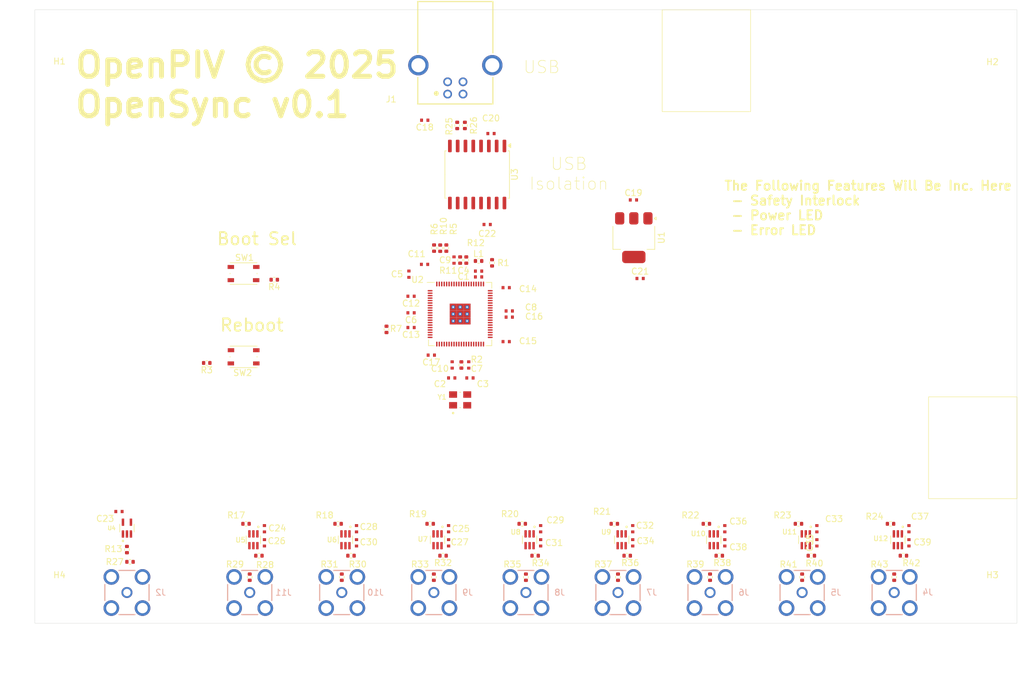
<source format=kicad_pcb>
(kicad_pcb (version 20241229) (generator "pcbnew") (generator_version "9.0")
  (title_block (title "OpenSync PCB") (date "2025-11-11") (rev "0.1") (company "OpenPIV Consortium"))
  (layers (0 "F.Cu" signal) (4 "In1.Cu" power) (6 "In2.Cu" power) (2 "B.Cu" signal) (13 "F.Paste" user) (15 "B.Paste" user) (5 "F.SilkS" user "F.Silkscreen") (7 "B.SilkS" user "B.Silkscreen") (1 "F.Mask" user) (3 "B.Mask" user) (25 "Edge.Cuts" user))
  (net 0 "")
  (net 1 "+3V3")
  (net 2 "GND")
  (net 3 "Net-(C2-Pad1)")
  (net 4 "/Microcontroller and Ext. Clock/XIN")
  (net 5 "Net-(C3-Pad2)")
  (net 6 "+1V1")
  (net 7 "Net-(U2-VREG_AVDD)")
  (net 8 "GND_BUS")
  (net 9 "VBUS")
  (net 10 "+5V")
  (net 11 "Net-(U3-PDEN)")
  (net 12 "Net-(U3-PIN)")
  (net 13 "Net-(J1-D-)")
  (net 14 "Net-(J1-D+)")
  (net 15 "Net-(J2-Pad1)")
  (net 16 "Net-(J5-Pad1)")
  (net 17 "Net-(J6-Pad1)")
  (net 18 "Net-(J7-Pad1)")
  (net 19 "Net-(J8-Pad1)")
  (net 20 "Net-(J9-Pad1)")
  (net 21 "Net-(J10-Pad1)")
  (net 22 "Net-(J4-Pad1)")
  (net 23 "Net-(U5-DIR)")
  (net 24 "Net-(U5-B)")
  (net 25 "Net-(U7-DIR)")
  (net 26 "Net-(U7-B)")
  (net 27 "Net-(U6-DIR)")
  (net 28 "Net-(U2-VREG_LX)")
  (net 29 "/Microcontroller and Ext. Clock/XOUT")
  (net 30 "Net-(R3-Pad1)")
  (net 31 "Net-(R4-Pad2)")
  (net 32 "/Microcontroller and Ext. Clock/QSPL_SS")
  (net 33 "/Microcontroller and Ext. Clock/CLOCK_1")
  (net 34 "/Microcontroller and Ext. Clock/CLOCK_3")
  (net 35 "/Microcontroller and Ext. Clock/TRIGGER_1")
  (net 37 "/Microcontroller and Ext. Clock/CLOCK_2")
  (net 38 "Net-(U2-USB_DP)")
  (net 39 "Net-(U2-USB_DM)")
  (net 40 "/Microcontroller and Ext. Clock/OUTPUT_1")
  (net 41 "/Microcontroller and Ext. Clock/OUTPUT_2")
  (net 42 "/Microcontroller and Ext. Clock/OUTPUT_3")
  (net 43 "/Microcontroller and Ext. Clock/OUTPUT_4")
  (net 44 "/Microcontroller and Ext. Clock/OUTPUT_5")
  (net 45 "/Microcontroller and Ext. Clock/OUTPUT_6")
  (net 46 "/Microcontroller and Ext. Clock/OUTPUT_7")
  (net 47 "/Microcontroller and Ext. Clock/OUTPUT_8")
  (net 48 "Net-(U6-B)")
  (net 52 "Net-(U3-UD+)")
  (net 53 "Net-(U3-UD-)")
  (net 54 "Net-(U4-A)")
  (net 55 "/Microcontroller and Ext. Clock/RUN")
  (net 90 "/Power and Data/USB_D+")
  (net 91 "/Power and Data/USB_D-")
  (net 92 "Net-(U10-B)")
  (net 93 "Net-(U8-B)")
  (net 94 "Net-(U9-B)")
  (net 95 "Net-(U10-DIR)")
  (net 96 "Net-(U8-DIR)")
  (net 97 "Net-(U9-DIR)")
  (net 98 "Net-(U11-DIR)")
  (net 101 "Net-(U11-B)")
  (net 102 "Net-(J11-Pad1)")
  (net 103 "Net-(U12-DIR)")
  (net 104 "Net-(U12-B)")
  (footprint "Resistor_SMD:R_0402_1005Metric" (layer "F.Cu") (at 203.5 134 180)
    (property "Reference" "R42" (at -1.3 -1.2 180) (layer "F.SilkS"))
    (property "Value" "47k")
    (pad "1" smd roundrect (at -0.51 0 180) (size 0.54 0.64) (layers "F.Cu" "F.Mask" "F.Paste") (net 1 "+3V3"))
    (pad "2" smd roundrect (at 0.51 0 180) (size 0.54 0.64) (layers "F.Cu" "F.Mask" "F.Paste") (net 103 "Net-(U12-DIR)"))
  )
  (footprint "Resistor_SMD:R_0402_1005Metric" (layer "F.Cu") (at 128.5 134 180)
    (property "Reference" "R32" (at 0 -1.17 0) (layer "F.SilkS"))
    (property "Value" "47k")
    (pad "1" smd roundrect (at -0.51 0 180) (size 0.54 0.64) (layers "F.Cu" "F.Mask" "F.Paste") (net 1 "+3V3"))
    (pad "2" smd roundrect (at 0.51 0 180) (size 0.54 0.64) (layers "F.Cu" "F.Mask" "F.Paste") (net 25 "Net-(U7-DIR)"))
  )
  (footprint "RP2350_80QFN_minimal:C_0402_1005Metric_small_pads" (layer "F.Cu") (at 159.4 129.6 90)
    (property "Reference" "C32" (at 0.515 2 180) (layer "F.SilkS"))
    (property "Value" "100n")
    (pad "1" smd rect (at -0.515 0 90) (size 0.47 0.53) (layers "F.Cu" "F.Mask" "F.Paste") (net 1 "+3V3"))
    (pad "2" smd rect (at 0.515 0 90) (size 0.47 0.53) (layers "F.Cu" "F.Mask" "F.Paste") (net 2 "GND"))
  )
  (footprint "Resistor_SMD:R_0402_1005Metric" (layer "F.Cu") (at 96.4 128.8 180)
    (property "Reference" "R17" (at 1.6 1.4 0) (layer "F.SilkS"))
    (property "Value" "10k")
    (pad "1" smd roundrect (at -0.51 0 180) (size 0.54 0.64) (layers "F.Cu" "F.Mask" "F.Paste") (net 40 "/Microcontroller and Ext. Clock/OUTPUT_1"))
    (pad "2" smd roundrect (at 0.51 0 180) (size 0.54 0.64) (layers "F.Cu" "F.Mask" "F.Paste") (net 2 "GND"))
  )
  (footprint "RP2350_80QFN_minimal:C_0402_1005Metric_small_pads" (layer "F.Cu") (at 75.7 126.8 180)
    (property "Reference" "C23" (at 2.25 -1.16 0) (layer "F.SilkS"))
    (property "Value" "100n")
    (pad "1" smd rect (at -0.515 0 180) (size 0.47 0.53) (layers "F.Cu" "F.Mask" "F.Paste") (net 1 "+3V3"))
    (pad "2" smd rect (at 0.515 0 180) (size 0.47 0.53) (layers "F.Cu" "F.Mask" "F.Paste") (net 2 "GND"))
  )
  (footprint "RP2350_80QFN_minimal:C_0402_1005Metric_small_pads" (layer "F.Cu") (at 135.685 80)
    (property "Reference" "C22" (at 0 1.5 0) (layer "F.SilkS"))
    (property "Value" "100n")
    (pad "1" smd rect (at -0.515 0) (size 0.47 0.53) (layers "F.Cu" "F.Mask" "F.Paste") (net 12 "Net-(U3-PIN)"))
    (pad "2" smd rect (at 0.515 0) (size 0.47 0.53) (layers "F.Cu" "F.Mask" "F.Paste") (net 2 "GND"))
  )
  (footprint "Resistor_SMD:R_0402_1005Metric" (layer "F.Cu") (at 113.5 134 180)
    (property "Reference" "R30" (at -1.1 -1.4 180) (layer "F.SilkS"))
    (property "Value" "47k")
    (pad "1" smd roundrect (at -0.51 0 180) (size 0.54 0.64) (layers "F.Cu" "F.Mask" "F.Paste") (net 1 "+3V3"))
    (pad "2" smd roundrect (at 0.51 0 180) (size 0.54 0.64) (layers "F.Cu" "F.Mask" "F.Paste") (net 27 "Net-(U6-DIR)"))
  )
  (footprint "Resistor_SMD:R_0402_1005Metric" (layer "F.Cu") (at 187 137.5 -90)
    (property "Reference" "R41" (at -2.1 2.2 180) (layer "F.SilkS"))
    (property "Value" "49.9")
    (pad "1" smd roundrect (at -0.51 0 270) (size 0.54 0.64) (layers "F.Cu" "F.Mask" "F.Paste") (net 101 "Net-(U11-B)"))
    (pad "2" smd roundrect (at 0.51 0 270) (size 0.54 0.64) (layers "F.Cu" "F.Mask" "F.Paste") (net 21 "Net-(J10-Pad1)"))
  )
  (footprint "Resistor_SMD:R_0402_1005Metric" (layer "F.Cu") (at 201.4 128.8)
    (property "Reference" "R24" (at -2.6 -1.2 0) (layer "F.SilkS"))
    (property "Value" "10k")
    (pad "1" smd roundrect (at -0.51 0) (size 0.54 0.64) (layers "F.Cu" "F.Mask" "F.Paste") (net 47 "/Microcontroller and Ext. Clock/OUTPUT_8"))
    (pad "2" smd roundrect (at 0.51 0) (size 0.54 0.64) (layers "F.Cu" "F.Mask" "F.Paste") (net 2 "GND"))
  )
  (footprint "RP2350_80QFN_minimal:C_0402_1005Metric_small_pads" (layer "F.Cu") (at 122.935 88.1 -90)
    (property "Reference" "C5" (at 0 1.935 0) (layer "F.SilkS"))
    (property "Value" "4.7u")
    (pad "1" smd rect (at -0.515 0 270) (size 0.47 0.53) (layers "F.Cu" "F.Mask" "F.Paste") (net 7 "Net-(U2-VREG_AVDD)"))
    (pad "2" smd rect (at 0.515 0 270) (size 0.47 0.53) (layers "F.Cu" "F.Mask" "F.Paste") (net 2 "GND"))
  )
  (footprint "Resistor_SMD:R_0402_1005Metric" (layer "F.Cu") (at 186.4 128.8)
    (property "Reference" "R23" (at -2.6 -1.4 0) (layer "F.SilkS"))
    (property "Value" "10k")
    (pad "1" smd roundrect (at -0.51 0) (size 0.54 0.64) (layers "F.Cu" "F.Mask" "F.Paste") (net 46 "/Microcontroller and Ext. Clock/OUTPUT_7"))
    (pad "2" smd roundrect (at 0.51 0) (size 0.54 0.64) (layers "F.Cu" "F.Mask" "F.Paste") (net 2 "GND"))
  )
  (footprint "Resistor_SMD:R_0402_1005Metric" (layer "F.Cu") (at 111.4 128.8)
    (property "Reference" "R18" (at -2.2 -1.4 0) (layer "F.SilkS"))
    (property "Value" "10k")
    (pad "1" smd roundrect (at -0.51 0) (size 0.54 0.64) (layers "F.Cu" "F.Mask" "F.Paste") (net 41 "/Microcontroller and Ext. Clock/OUTPUT_2"))
    (pad "2" smd roundrect (at 0.51 0) (size 0.54 0.64) (layers "F.Cu" "F.Mask" "F.Paste") (net 2 "GND"))
  )
  (footprint "RP2350_80QFN_minimal:C_0402_1005Metric_small_pads" (layer "F.Cu") (at 134.285 87.6)
    (property "Reference" "C4" (at -2.45 -0.1035 0) (layer "F.SilkS"))
    (property "Value" "4.7u")
    (pad "1" smd rect (at -0.515 0) (size 0.47 0.53) (layers "F.Cu" "F.Mask" "F.Paste") (net 6 "+1V1"))
    (pad "2" smd rect (at 0.515 0) (size 0.47 0.53) (layers "F.Cu" "F.Mask" "F.Paste") (net 2 "GND"))
  )
  (footprint "Resistor_SMD:R_0402_1005Metric" (layer "F.Cu") (at 132.055 63.85 -90)
    (property "Reference" "R26" (at 0 -1.445 90) (layer "F.SilkS"))
    (property "Value" "27")
    (pad "1" smd roundrect (at -0.51 0 270) (size 0.54 0.64) (layers "F.Cu" "F.Mask" "F.Paste") (net 13 "Net-(J1-D-)"))
    (pad "2" smd roundrect (at 0.51 0 270) (size 0.54 0.64) (layers "F.Cu" "F.Mask" "F.Paste") (net 53 "Net-(U3-UD-)"))
  )
  (footprint "RP2350_80QFN_minimal:C_0402_1005Metric_small_pads" (layer "F.Cu") (at 132.88 105.02)
    (property "Reference" "C3" (at 2.105 0.9765 0) (layer "F.SilkS"))
    (property "Value" "C")
    (pad "1" smd rect (at -0.515 0) (size 0.47 0.53) (layers "F.Cu" "F.Mask" "F.Paste") (net 3 "Net-(C2-Pad1)"))
    (pad "2" smd rect (at 0.515 0) (size 0.47 0.53) (layers "F.Cu" "F.Mask" "F.Paste") (net 5 "Net-(C3-Pad2)"))
  )
  (footprint "SN74LVC1T45DCKR:SOT65P210X110-6N" (layer "F.Cu") (at 112.6 131.4 -90)
    (property "Reference" "U6" (at 0 2.2 0) (layer "F.SilkS") (effects (font (size 0.8 0.8))))
    (property "Value" "SN74LVC1T45DCKR")
    (pad "1" smd roundrect (at -0.96 -0.65 270) (size 1.19 0.4) (layers "F.Cu" "F.Mask" "F.Paste") (roundrect_rratio 0.125) (net 1 "+3V3"))
    (pad "2" smd roundrect (at -0.96 0 270) (size 1.19 0.4) (layers "F.Cu" "F.Mask" "F.Paste") (roundrect_rratio 0.125) (net 2 "GND"))
    (pad "3" smd roundrect (at -0.96 0.65 270) (size 1.19 0.4) (layers "F.Cu" "F.Mask" "F.Paste") (roundrect_rratio 0.125) (net 41 "/Microcontroller and Ext. Clock/OUTPUT_2"))
    (pad "4" smd roundrect (at 0.96 0.65 270) (size 1.19 0.4) (layers "F.Cu" "F.Mask" "F.Paste") (roundrect_rratio 0.125) (net 48 "Net-(U6-B)"))
    (pad "5" smd roundrect (at 0.96 0 270) (size 1.19 0.4) (layers "F.Cu" "F.Mask" "F.Paste") (roundrect_rratio 0.125) (net 27 "Net-(U6-DIR)"))
    (pad "6" smd roundrect (at 0.96 -0.65 270) (size 1.19 0.4) (layers "F.Cu" "F.Mask" "F.Paste") (roundrect_rratio 0.125) (net 10 "+5V"))
  )
  (footprint "RP2350_80QFN_minimal:C_0402_1005Metric_small_pads" (layer "F.Cu") (at 125.515 63 180)
    (property "Reference" "C18" (at 0 -1.16 0) (layer "F.SilkS"))
    (property "Value" "10u")
    (pad "1" smd rect (at -0.515 0 180) (size 0.47 0.53) (layers "F.Cu" "F.Mask" "F.Paste") (net 9 "VBUS"))
    (pad "2" smd rect (at 0.515 0 180) (size 0.47 0.53) (layers "F.Cu" "F.Mask" "F.Paste") (net 8 "GND_BUS"))
  )
  (footprint "Resistor_SMD:R_0402_1005Metric" (layer "F.Cu") (at 158.5 134 180)
    (property "Reference" "R36" (at -0.49 -1.17 0) (layer "F.SilkS"))
    (property "Value" "47k")
    (pad "1" smd roundrect (at -0.51 0 180) (size 0.54 0.64) (layers "F.Cu" "F.Mask" "F.Paste") (net 1 "+3V3"))
    (pad "2" smd roundrect (at 0.51 0 180) (size 0.54 0.64) (layers "F.Cu" "F.Mask" "F.Paste") (net 97 "Net-(U9-DIR)"))
  )
  (footprint "RP2350_80QFN_minimal:C_0402_1005Metric_small_pads" (layer "F.Cu") (at 129.985 102.9 -90)
    (property "Reference" "C10" (at 0.5965 2 0) (layer "F.SilkS"))
    (property "Value" "100n")
    (pad "1" smd rect (at -0.515 0 270) (size 0.47 0.53) (layers "F.Cu" "F.Mask" "F.Paste") (net 1 "+3V3"))
    (pad "2" smd rect (at 0.515 0 270) (size 0.47 0.53) (layers "F.Cu" "F.Mask" "F.Paste") (net 2 "GND"))
  )
  (footprint "RP2350_80QFN_minimal:C_0402_1005Metric_small_pads" (layer "F.Cu") (at 129.91 105.02 180)
    (property "Reference" "C2" (at 1.925 -0.9765 0) (layer "F.SilkS"))
    (property "Value" "C")
    (pad "1" smd rect (at -0.515 0 180) (size 0.47 0.53) (layers "F.Cu" "F.Mask" "F.Paste") (net 3 "Net-(C2-Pad1)"))
    (pad "2" smd rect (at 0.515 0 180) (size 0.47 0.53) (layers "F.Cu" "F.Mask" "F.Paste") (net 4 "/Microcontroller and Ext. Clock/XIN"))
  )
  (footprint "RP2350_80QFN_minimal:C_0402_1005Metric_small_pads" (layer "F.Cu") (at 144.4 129.6 90)
    (property "Reference" "C29" (at 1.4 2.4 180) (layer "F.SilkS"))
    (property "Value" "100n")
    (pad "1" smd rect (at -0.515 0 90) (size 0.47 0.53) (layers "F.Cu" "F.Mask" "F.Paste") (net 1 "+3V3"))
    (pad "2" smd rect (at 0.515 0 90) (size 0.47 0.53) (layers "F.Cu" "F.Mask" "F.Paste") (net 2 "GND"))
  )
  (footprint "Resistor_SMD:R_0402_1005Metric" (layer "F.Cu") (at 134.285 85.95)
    (property "Reference" "L1" (at 0 -1.17 0) (layer "F.SilkS"))
    (property "Value" "3.3u")
    (pad "1" smd roundrect (at -0.51 0) (size 0.54 0.64) (layers "F.Cu" "F.Mask" "F.Paste") (net 6 "+1V1"))
    (pad "2" smd roundrect (at 0.51 0) (size 0.54 0.64) (layers "F.Cu" "F.Mask" "F.Paste") (net 28 "Net-(U2-VREG_LX)"))
  )
  (footprint "Resistor_SMD:R_0402_1005Metric" (layer "F.Cu") (at 98.5 134 180)
    (property "Reference" "R28" (at -1 -1.5 0) (layer "F.SilkS"))
    (property "Value" "47k")
    (pad "1" smd roundrect (at -0.51 0 180) (size 0.54 0.64) (layers "F.Cu" "F.Mask" "F.Paste") (net 1 "+3V3"))
    (pad "2" smd roundrect (at 0.51 0 180) (size 0.54 0.64) (layers "F.Cu" "F.Mask" "F.Paste") (net 23 "Net-(U5-DIR)"))
  )
  (footprint "SN74LVC1T45DCKR:SOT65P210X110-6N" (layer "F.Cu") (at 172.6 131.4 -90)
    (property "Reference" "U10" (at -1 2.525 0) (layer "F.SilkS") (effects (font (size 0.8 0.8))))
    (property "Value" "SN74LVC1T45DCKR")
    (pad "1" smd roundrect (at -0.96 -0.65 270) (size 1.19 0.4) (layers "F.Cu" "F.Mask" "F.Paste") (roundrect_rratio 0.125) (net 1 "+3V3"))
    (pad "2" smd roundrect (at -0.96 0 270) (size 1.19 0.4) (layers "F.Cu" "F.Mask" "F.Paste") (roundrect_rratio 0.125) (net 2 "GND"))
    (pad "3" smd roundrect (at -0.96 0.65 270) (size 1.19 0.4) (layers "F.Cu" "F.Mask" "F.Paste") (roundrect_rratio 0.125) (net 45 "/Microcontroller and Ext. Clock/OUTPUT_6"))
    (pad "4" smd roundrect (at 0.96 0.65 270) (size 1.19 0.4) (layers "F.Cu" "F.Mask" "F.Paste") (roundrect_rratio 0.125) (net 92 "Net-(U10-B)"))
    (pad "5" smd roundrect (at 0.96 0 270) (size 1.19 0.4) (layers "F.Cu" "F.Mask" "F.Paste") (roundrect_rratio 0.125) (net 95 "Net-(U10-DIR)"))
    (pad "6" smd roundrect (at 0.96 -0.65 270) (size 1.19 0.4) (layers "F.Cu" "F.Mask" "F.Paste") (roundrect_rratio 0.125) (net 10 "+5V"))
  )
  (footprint "MountingHole:MountingHole_3.2mm_M3_ISO7380" (layer "F.Cu") (at 66 141)
    (property "Reference" "H4" (at 0 -3.85 0) (layer "F.SilkS"))
    (property "Value" "MountingHole")
    (pad "" np_thru_hole circle (at 0 0) (size 3.2 3.2) (drill 3.2) (layers "*.Cu" "*.Mask"))
  )
  (footprint "SN74LVC1T45DCKR:SOT65P210X110-6N" (layer "F.Cu") (at 142.6 131.4 -90)
    (property "Reference" "U8" (at -1.25 2.275 0) (layer "F.SilkS") (effects (font (size 0.8 0.8))))
    (property "Value" "SN74LVC1T45DCKR")
    (pad "1" smd roundrect (at -0.96 -0.65 270) (size 1.19 0.4) (layers "F.Cu" "F.Mask" "F.Paste") (roundrect_rratio 0.125) (net 1 "+3V3"))
    (pad "2" smd roundrect (at -0.96 0 270) (size 1.19 0.4) (layers "F.Cu" "F.Mask" "F.Paste") (roundrect_rratio 0.125) (net 2 "GND"))
    (pad "3" smd roundrect (at -0.96 0.65 270) (size 1.19 0.4) (layers "F.Cu" "F.Mask" "F.Paste") (roundrect_rratio 0.125) (net 43 "/Microcontroller and Ext. Clock/OUTPUT_4"))
    (pad "4" smd roundrect (at 0.96 0.65 270) (size 1.19 0.4) (layers "F.Cu" "F.Mask" "F.Paste") (roundrect_rratio 0.125) (net 93 "Net-(U8-B)"))
    (pad "5" smd roundrect (at 0.96 0 270) (size 1.19 0.4) (layers "F.Cu" "F.Mask" "F.Paste") (roundrect_rratio 0.125) (net 96 "Net-(U8-DIR)"))
    (pad "6" smd roundrect (at 0.96 -0.65 270) (size 1.19 0.4) (layers "F.Cu" "F.Mask" "F.Paste") (roundrect_rratio 0.125) (net 10 "+5V"))
  )
  (footprint "Resistor_SMD:R_0402_1005Metric" (layer "F.Cu") (at 128.035 83.86 -90)
    (property "Reference" "R10" (at -3.6035 -0.55 90) (layer "F.SilkS"))
    (property "Value" "10k")
    (pad "1" smd roundrect (at -0.51 0 270) (size 0.54 0.64) (layers "F.Cu" "F.Mask" "F.Paste") (net 2 "GND"))
    (pad "2" smd roundrect (at 0.51 0 270) (size 0.54 0.64) (layers "F.Cu" "F.Mask" "F.Paste") (net 37 "/Microcontroller and Ext. Clock/CLOCK_2"))
  )
  (footprint "RP2350_80QFN_minimal:C_0402_1005Metric_small_pads" (layer "F.Cu") (at 159.515 76)
    (property "Reference" "C19" (at 0 -1.16 0) (layer "F.SilkS"))
    (property "Value" "10u")
    (pad "1" smd rect (at -0.515 0) (size 0.47 0.53) (layers "F.Cu" "F.Mask" "F.Paste") (net 10 "+5V"))
    (pad "2" smd rect (at 0.515 0) (size 0.47 0.53) (layers "F.Cu" "F.Mask" "F.Paste") (net 2 "GND"))
  )
  (footprint "Resistor_SMD:R_0402_1005Metric" (layer "F.Cu") (at 127.035 83.85 -90)
    (property "Reference" "R6" (at -3.1035 -0.05 90) (layer "F.SilkS"))
    (property "Value" "10k")
    (pad "1" smd roundrect (at -0.51 0 270) (size 0.54 0.64) (layers "F.Cu" "F.Mask" "F.Paste") (net 2 "GND"))
    (pad "2" smd roundrect (at 0.51 0 270) (size 0.54 0.64) (layers "F.Cu" "F.Mask" "F.Paste") (net 34 "/Microcontroller and Ext. Clock/CLOCK_3"))
  )
  (footprint "Resistor_SMD:R_0402_1005Metric" (layer "F.Cu") (at 132.285 85.8 -90)
    (property "Reference" "R12" (at -2.8035 -1.55 0) (layer "F.SilkS"))
    (property "Value" "27")
    (pad "1" smd roundrect (at -0.51 0 270) (size 0.54 0.64) (layers "F.Cu" "F.Mask" "F.Paste") (net 91 "/Power and Data/USB_D-"))
    (pad "2" smd roundrect (at 0.51 0 270) (size 0.54 0.64) (layers "F.Cu" "F.Mask" "F.Paste") (net 39 "Net-(U2-USB_DM)"))
  )
  (footprint "Resistor_SMD:R_0402_1005Metric" (layer "F.Cu") (at 143.5 134 180)
    (property "Reference" "R34" (at -0.9 -1.2 180) (layer "F.SilkS"))
    (property "Value" "47k")
    (pad "1" smd roundrect (at -0.51 0 180) (size 0.54 0.64) (layers "F.Cu" "F.Mask" "F.Paste") (net 1 "+3V3"))
    (pad "2" smd roundrect (at 0.51 0 180) (size 0.54 0.64) (layers "F.Cu" "F.Mask" "F.Paste") (net 96 "Net-(U8-DIR)"))
  )
  (footprint "RP2350_80QFN_minimal:C_0402_1005Metric_small_pads" (layer "F.Cu") (at 123.285 94.4 180)
    (property "Reference" "C6" (at 0 -1.16 0) (layer "F.SilkS"))
    (property "Value" "100n")
    (pad "1" smd rect (at -0.515 0 180) (size 0.47 0.53) (layers "F.Cu" "F.Mask" "F.Paste") (net 6 "+1V1"))
    (pad "2" smd rect (at 0.515 0 180) (size 0.47 0.53) (layers "F.Cu" "F.Mask" "F.Paste") (net 2 "GND"))
  )
  (footprint "Button_Switch_SMD:SW_Push_1P1T_NO_Vertical_Wuerth_434133025816" (layer "F.Cu") (at 96 101.575 180)
    (property "Reference" "SW2" (at 0.15 -2.6 0) (layer "F.SilkS"))
    (property "Value" "SW_Push")
    (pad "1" smd rect (at -2.075 -1.075 180) (size 1.05 0.65) (layers "F.Cu" "F.Mask" "F.Paste") (net 30 "Net-(R3-Pad1)"))
    (pad "1" smd rect (at 2.075 -1.075 180) (size 1.05 0.65) (layers "F.Cu" "F.Mask" "F.Paste") (net 30 "Net-(R3-Pad1)"))
    (pad "2" smd rect (at -2.075 1.075 180) (size 1.05 0.65) (layers "F.Cu" "F.Mask" "F.Paste") (net 55 "/Microcontroller and Ext. Clock/RUN"))
    (pad "2" smd rect (at 2.05 1.075 180) (size 1.05 0.65) (layers "F.Cu" "F.Mask" "F.Paste") (net 55 "/Microcontroller and Ext. Clock/RUN"))
  )
  (footprint "RP2350_80QFN_minimal:C_0402_1005Metric_small_pads" (layer "F.Cu") (at 134.285 88.55)
    (property "Reference" "C1" (at -2.45 -0.0535 0) (layer "F.SilkS"))
    (property "Value" "4.7u")
    (pad "1" smd rect (at -0.515 0) (size 0.47 0.53) (layers "F.Cu" "F.Mask" "F.Paste") (net 1 "+3V3"))
    (pad "2" smd rect (at 0.515 0) (size 0.47 0.53) (layers "F.Cu" "F.Mask" "F.Paste") (net 2 "GND"))
  )
  (footprint "Resistor_SMD:R_0402_1005Metric" (layer "F.Cu") (at 126.4 128.8)
    (property "Reference" "R19" (at -2 -1.6 0) (layer "F.SilkS"))
    (property "Value" "10k")
    (pad "1" smd roundrect (at -0.51 0) (size 0.54 0.64) (layers "F.Cu" "F.Mask" "F.Paste") (net 42 "/Microcontroller and Ext. Clock/OUTPUT_3"))
    (pad "2" smd roundrect (at 0.51 0) (size 0.54 0.64) (layers "F.Cu" "F.Mask" "F.Paste") (net 2 "GND"))
  )
  (footprint "Resistor_SMD:R_0402_1005Metric" (layer "F.Cu") (at 173.5 134 180)
    (property "Reference" "R38" (at -0.5 -1.17 0) (layer "F.SilkS"))
    (property "Value" "47k")
    (pad "1" smd roundrect (at -0.51 0 180) (size 0.54 0.64) (layers "F.Cu" "F.Mask" "F.Paste") (net 1 "+3V3"))
    (pad "2" smd roundrect (at 0.51 0 180) (size 0.54 0.64) (layers "F.Cu" "F.Mask" "F.Paste") (net 95 "Net-(U10-DIR)"))
  )
  (footprint "Resistor_SMD:R_0402_1005Metric" (layer "F.Cu") (at 142 137.5 -90)
    (property "Reference" "R35" (at -2.1 2.2 0) (layer "F.SilkS"))
    (property "Value" "49.9")
    (pad "1" smd roundrect (at -0.51 0 270) (size 0.54 0.64) (layers "F.Cu" "F.Mask" "F.Paste") (net 93 "Net-(U8-B)"))
    (pad "2" smd roundrect (at 0.51 0 270) (size 0.54 0.64) (layers "F.Cu" "F.Mask" "F.Paste") (net 18 "Net-(J7-Pad1)"))
  )
  (footprint "Resistor_SMD:R_0402_1005Metric" (layer "F.Cu") (at 90 102.575 180)
    (property "Reference" "R3" (at 0 -1.17 0) (layer "F.SilkS"))
    (property "Value" "1k")
    (pad "1" smd roundrect (at -0.51 0 180) (size 0.54 0.64) (layers "F.Cu" "F.Mask" "F.Paste") (net 30 "Net-(R3-Pad1)"))
    (pad "2" smd roundrect (at 0.51 0 180) (size 0.54 0.64) (layers "F.Cu" "F.Mask" "F.Paste") (net 2 "GND"))
  )
  (footprint "RP2350_80QFN_minimal:C_0402_1005Metric_small_pads" (layer "F.Cu") (at 139.285 95.1)
    (property "Reference" "C16" (at 4.045 -0.1035 0) (layer "F.SilkS"))
    (property "Value" "100n")
    (pad "1" smd rect (at -0.515 0) (size 0.47 0.53) (layers "F.Cu" "F.Mask" "F.Paste") (net 1 "+3V3"))
    (pad "2" smd rect (at 0.515 0) (size 0.47 0.53) (layers "F.Cu" "F.Mask" "F.Paste") (net 2 "GND"))
  )
  (footprint "RP2350_80QFN_minimal:C_0402_1005Metric_small_pads" (layer "F.Cu") (at 189.4 129.6 90)
    (property "Reference" "C33" (at 1.6 2.8 180) (layer "F.SilkS"))
    (property "Value" "100n")
    (pad "1" smd rect (at -0.515 0 90) (size 0.47 0.53) (layers "F.Cu" "F.Mask" "F.Paste") (net 1 "+3V3"))
    (pad "2" smd rect (at 0.515 0 90) (size 0.47 0.53) (layers "F.Cu" "F.Mask" "F.Paste") (net 2 "GND"))
  )
  (footprint "Resistor_SMD:R_0402_1005Metric" (layer "F.Cu") (at 157 137.5 -90)
    (property "Reference" "R37" (at -2.1 2.4 180) (layer "F.SilkS"))
    (property "Value" "49.9")
    (pad "1" smd roundrect (at -0.51 0 270) (size 0.54 0.64) (layers "F.Cu" "F.Mask" "F.Paste") (net 94 "Net-(U9-B)"))
    (pad "2" smd roundrect (at 0.51 0 270) (size 0.54 0.64) (layers "F.Cu" "F.Mask" "F.Paste") (net 19 "Net-(J8-Pad1)"))
  )
  (footprint "Resistor_SMD:R_0402_1005Metric" (layer "F.Cu") (at 131.285 85.8 -90)
    (property "Reference" "R11" (at 1.6965 1.95 0) (layer "F.SilkS"))
    (property "Value" "27")
    (pad "1" smd roundrect (at -0.51 0 270) (size 0.54 0.64) (layers "F.Cu" "F.Mask" "F.Paste") (net 90 "/Power and Data/USB_D+"))
    (pad "2" smd roundrect (at 0.51 0 270) (size 0.54 0.64) (layers "F.Cu" "F.Mask" "F.Paste") (net 38 "Net-(U2-USB_DP)"))
  )
  (footprint "Resistor_SMD:R_0402_1005Metric" (layer "F.Cu") (at 97 137.5 -90)
    (property "Reference" "R29" (at -2.1 2.4 0) (layer "F.SilkS"))
    (property "Value" "49.9")
    (pad "1" smd roundrect (at -0.51 0 270) (size 0.54 0.64) (layers "F.Cu" "F.Mask" "F.Paste") (net 24 "Net-(U5-B)"))
    (pad "2" smd roundrect (at 0.51 0 270) (size 0.54 0.64) (layers "F.Cu" "F.Mask" "F.Paste") (net 22 "Net-(J4-Pad1)"))
  )
  (footprint "Resistor_SMD:R_0402_1005Metric" (layer "F.Cu") (at 112 137.5 -90)
    (property "Reference" "R31" (at -2.1 2 0) (layer "F.SilkS"))
    (property "Value" "49.9")
    (pad "1" smd roundrect (at -0.51 0 270) (size 0.54 0.64) (layers "F.Cu" "F.Mask" "F.Paste") (net 48 "Net-(U6-B)"))
    (pad "2" smd roundrect (at 0.51 0 270) (size 0.54 0.64) (layers "F.Cu" "F.Mask" "F.Paste") (net 16 "Net-(J5-Pad1)"))
  )
  (footprint "Resistor_SMD:R_0402_1005Metric" (layer "F.Cu") (at 127 137.5 -90)
    (property "Reference" "R33" (at -2.1 2.25 0) (layer "F.SilkS"))
    (property "Value" "49.9")
    (pad "1" smd roundrect (at -0.51 0 270) (size 0.54 0.64) (layers "F.Cu" "F.Mask" "F.Paste") (net 26 "Net-(U7-B)"))
    (pad "2" smd roundrect (at 0.51 0 270) (size 0.54 0.64) (layers "F.Cu" "F.Mask" "F.Paste") (net 17 "Net-(J6-Pad1)"))
  )
  (footprint "RP2350_80QFN_minimal:C_0402_1005Metric_small_pads" (layer "F.Cu") (at 204.4 131.9 90)
    (property "Reference" "C39" (at 0.1 2.2 180) (layer "F.SilkS"))
    (property "Value" "100n")
    (pad "1" smd rect (at -0.515 0 90) (size 0.47 0.53) (layers "F.Cu" "F.Mask" "F.Paste") (net 10 "+5V"))
    (pad "2" smd rect (at 0.515 0 90) (size 0.47 0.53) (layers "F.Cu" "F.Mask" "F.Paste") (net 2 "GND"))
  )
  (footprint "Resistor_SMD:R_0402_1005Metric" (layer "F.Cu") (at 101 89 180)
    (property "Reference" "R4" (at 0 -1.17 0) (layer "F.SilkS"))
    (property "Value" "1k")
    (pad "1" smd roundrect (at -0.51 0 180) (size 0.54 0.64) (layers "F.Cu" "F.Mask" "F.Paste") (net 32 "/Microcontroller and Ext. Clock/QSPL_SS"))
    (pad "2" smd roundrect (at 0.51 0 180) (size 0.54 0.64) (layers "F.Cu" "F.Mask" "F.Paste") (net 31 "Net-(R4-Pad2)"))
  )
  (footprint "Resistor_SMD:R_0402_1005Metric" (layer "F.Cu") (at 188.5 134 180)
    (property "Reference" "R40" (at -0.5 -1.25 0) (layer "F.SilkS"))
    (property "Value" "47k")
    (pad "1" smd roundrect (at -0.51 0 180) (size 0.54 0.64) (layers "F.Cu" "F.Mask" "F.Paste") (net 1 "+3V3"))
    (pad "2" smd roundrect (at 0.51 0 180) (size 0.54 0.64) (layers "F.Cu" "F.Mask" "F.Paste") (net 98 "Net-(U11-DIR)"))
  )
  (footprint "Resistor_SMD:R_0402_1005Metric" (layer "F.Cu") (at 77.5 135)
    (property "Reference" "R27" (at -2.49 0 0) (layer "F.SilkS"))
    (property "Value" "47k")
    (pad "1" smd roundrect (at -0.51 0) (size 0.54 0.64) (layers "F.Cu" "F.Mask" "F.Paste") (net 15 "Net-(J2-Pad1)"))
    (pad "2" smd roundrect (at 0.51 0) (size 0.54 0.64) (layers "F.Cu" "F.Mask" "F.Paste") (net 2 "GND"))
  )
  (footprint "Resistor_SMD:R_0402_1005Metric" (layer "F.Cu") (at 156.4 128.8)
    (property "Reference" "R21" (at -2 -2 0) (layer "F.SilkS"))
    (property "Value" "10k")
    (pad "1" smd roundrect (at -0.51 0) (size 0.54 0.64) (layers "F.Cu" "F.Mask" "F.Paste") (net 44 "/Microcontroller and Ext. Clock/OUTPUT_5"))
    (pad "2" smd roundrect (at 0.51 0) (size 0.54 0.64) (layers "F.Cu" "F.Mask" "F.Paste") (net 2 "GND"))
  )
  (footprint "SN74LVC1T45DCKR:SOT65P210X110-6N" (layer "F.Cu") (at 97.6 131.4 -90)
    (property "Reference" "U5" (at 0.04 2.1 0) (layer "F.SilkS") (effects (font (size 0.8 0.8))))
    (property "Value" "SN74LVC1T45DCKR")
    (pad "1" smd roundrect (at -0.96 -0.65 270) (size 1.19 0.4) (layers "F.Cu" "F.Mask" "F.Paste") (roundrect_rratio 0.125) (net 1 "+3V3"))
    (pad "2" smd roundrect (at -0.96 0 270) (size 1.19 0.4) (layers "F.Cu" "F.Mask" "F.Paste") (roundrect_rratio 0.125) (net 2 "GND"))
    (pad "3" smd roundrect (at -0.96 0.65 270) (size 1.19 0.4) (layers "F.Cu" "F.Mask" "F.Paste") (roundrect_rratio 0.125) (net 40 "/Microcontroller and Ext. Clock/OUTPUT_1"))
    (pad "4" smd roundrect (at 0.96 0.65 270) (size 1.19 0.4) (layers "F.Cu" "F.Mask" "F.Paste") (roundrect_rratio 0.125) (net 24 "Net-(U5-B)"))
    (pad "5" smd roundrect (at 0.96 0 270) (size 1.19 0.4) (layers "F.Cu" "F.Mask" "F.Paste") (roundrect_rratio 0.125) (net 23 "Net-(U5-DIR)"))
    (pad "6" smd roundrect (at 0.96 -0.65 270) (size 1.19 0.4) (layers "F.Cu" "F.Mask" "F.Paste") (roundrect_rratio 0.125) (net 10 "+5V"))
  )
  (footprint "RP2350_80QFN_minimal:C_0402_1005Metric_small_pads" (layer "F.Cu") (at 129.4 129.6 90)
    (property "Reference" "C25" (at 0 2 180) (layer "F.SilkS"))
    (property "Value" "100n")
    (pad "1" smd rect (at -0.515 0 90) (size 0.47 0.53) (layers "F.Cu" "F.Mask" "F.Paste") (net 1 "+3V3"))
    (pad "2" smd rect (at 0.515 0 90) (size 0.47 0.53) (layers "F.Cu" "F.Mask" "F.Paste") (net 2 "GND"))
  )
  (footprint "SN74LVC1T45DCKR:SOT65P210X110-6N" (layer "F.Cu") (at 127.6 131.4 -90)
    (property "Reference" "U7" (at -0.1 2.4 0) (layer "F.SilkS") (effects (font (size 0.8 0.8))))
    (property "Value" "SN74LVC1T45DCKR")
    (pad "1" smd roundrect (at -0.96 -0.65 270) (size 1.19 0.4) (layers "F.Cu" "F.Mask" "F.Paste") (roundrect_rratio 0.125) (net 1 "+3V3"))
    (pad "2" smd roundrect (at -0.96 0 270) (size 1.19 0.4) (layers "F.Cu" "F.Mask" "F.Paste") (roundrect_rratio 0.125) (net 2 "GND"))
    (pad "3" smd roundrect (at -0.96 0.65 270) (size 1.19 0.4) (layers "F.Cu" "F.Mask" "F.Paste") (roundrect_rratio 0.125) (net 42 "/Microcontroller and Ext. Clock/OUTPUT_3"))
    (pad "4" smd roundrect (at 0.96 0.65 270) (size 1.19 0.4) (layers "F.Cu" "F.Mask" "F.Paste") (roundrect_rratio 0.125) (net 26 "Net-(U7-B)"))
    (pad "5" smd roundrect (at 0.96 0 270) (size 1.19 0.4) (layers "F.Cu" "F.Mask" "F.Paste") (roundrect_rratio 0.125) (net 25 "Net-(U7-DIR)"))
    (pad "6" smd roundrect (at 0.96 -0.65 270) (size 1.19 0.4) (layers "F.Cu" "F.Mask" "F.Paste") (roundrect_rratio 0.125) (net 10 "+5V"))
  )
  (footprint "61400416121:61400416121" (layer "F.Cu") (at 130.5 52 180)
    (property "Reference" "J1" (at 10.4506 -7.5883 0) (layer "F.SilkS"))
    (property "Value" "61400416121")
    (pad "1" thru_hole circle (at 1.25 -6.74 180) (size 1.428 1.428) (drill 0.92) (layers "*.Cu" "*.Mask") (net 9 "VBUS"))
    (pad "2" thru_hole circle (at -1.25 -6.74 180) (size 1.428 1.428) (drill 0.92) (layers "*.Cu" "*.Mask") (net 13 "Net-(J1-D-)"))
    (pad "3" thru_hole circle (at -1.25 -4.74 180) (size 1.428 1.428) (drill 0.92) (layers "*.Cu" "*.Mask") (net 14 "Net-(J1-D+)"))
    (pad "4" thru_hole circle (at 1.25 -4.74 180) (size 1.428 1.428) (drill 0.92) (layers "*.Cu" "*.Mask") (net 8 "GND_BUS"))
    (pad "S1" thru_hole circle (at -6.02 -2.03 180) (size 3.316 3.316) (drill 2.3) (layers "*.Cu" "*.Mask") (net 8 "GND_BUS"))
    (pad "S2" thru_hole circle (at 6.02 -2.03 180) (size 3.316 3.316) (drill 2.3) (layers "*.Cu" "*.Mask") (net 8 "GND_BUS"))
  )
  (footprint "RP2350_80QFN_minimal:C_0402_1005Metric_small_pads" (layer "F.Cu") (at 123.285 91.7 180)
    (property "Reference" "C12" (at 0 -1.16 0) (layer "F.SilkS"))
    (property "Value" "100n")
    (pad "1" smd rect (at -0.515 0 180) (size 0.47 0.53) (layers "F.Cu" "F.Mask" "F.Paste") (net 1 "+3V3"))
    (pad "2" smd rect (at 0.515 0 180) (size 0.47 0.53) (layers "F.Cu" "F.Mask" "F.Paste") (net 2 "GND"))
  )
  (footprint "Resistor_SMD:R_0402_1005Metric" (layer "F.Cu") (at 141.4 128.8)
    (property "Reference" "R20" (at -2 -1.6 0) (layer "F.SilkS"))
    (property "Value" "10k")
    (pad "1" smd roundrect (at -0.51 0) (size 0.54 0.64) (layers "F.Cu" "F.Mask" "F.Paste") (net 43 "/Microcontroller and Ext. Clock/OUTPUT_4"))
    (pad "2" smd roundrect (at 0.51 0) (size 0.54 0.64) (layers "F.Cu" "F.Mask" "F.Paste") (net 2 "GND"))
  )
  (footprint "SN74LVC1T45DCKR:SOT65P210X110-6N" (layer "F.Cu") (at 157.6 131.4 -90)
    (property "Reference" "U9" (at -1.25 2.525 0) (layer "F.SilkS") (effects (font (size 0.8 0.8))))
    (property "Value" "SN74LVC1T45DCKR")
    (pad "1" smd roundrect (at -0.96 -0.65 270) (size 1.19 0.4) (layers "F.Cu" "F.Mask" "F.Paste") (roundrect_rratio 0.125) (net 1 "+3V3"))
    (pad "2" smd roundrect (at -0.96 0 270) (size 1.19 0.4) (layers "F.Cu" "F.Mask" "F.Paste") (roundrect_rratio 0.125) (net 2 "GND"))
    (pad "3" smd roundrect (at -0.96 0.65 270) (size 1.19 0.4) (layers "F.Cu" "F.Mask" "F.Paste") (roundrect_rratio 0.125) (net 44 "/Microcontroller and Ext. Clock/OUTPUT_5"))
    (pad "4" smd roundrect (at 0.96 0.65 270) (size 1.19 0.4) (layers "F.Cu" "F.Mask" "F.Paste") (roundrect_rratio 0.125) (net 94 "Net-(U9-B)"))
    (pad "5" smd roundrect (at 0.96 0 270) (size 1.19 0.4) (layers "F.Cu" "F.Mask" "F.Paste") (roundrect_rratio 0.125) (net 97 "Net-(U9-DIR)"))
    (pad "6" smd roundrect (at 0.96 -0.65 270) (size 1.19 0.4) (layers "F.Cu" "F.Mask" "F.Paste") (roundrect_rratio 0.125) (net 10 "+5V"))
  )
  (footprint "RP2350_80QFN_minimal:C_0402_1005Metric_small_pads" (layer "F.Cu") (at 123.285 96.8 180)
    (property "Reference" "C13" (at 0 -1.16 0) (layer "F.SilkS"))
    (property "Value" "100n")
    (pad "1" smd rect (at -0.515 0 180) (size 0.47 0.53) (layers "F.Cu" "F.Mask" "F.Paste") (net 1 "+3V3"))
    (pad "2" smd rect (at 0.515 0 180) (size 0.47 0.53) (layers "F.Cu" "F.Mask" "F.Paste") (net 2 "GND"))
  )
  (footprint "SN74LVC1G17DCKR:SOT65P210X110-5N" (layer "F.Cu") (at 77 129.5 90)
    (property "Reference" "U4" (at 0 -2.5 180) (layer "F.SilkS") (effects (font (size 0.64 0.64))))
    (property "Value" "SN74LVC1G17DCKR")
    (pad "1" smd roundrect (at -0.96 -0.65 90) (size 1.19 0.4) (layers "F.Cu" "F.Mask" "F.Paste") (roundrect_rratio 0.125))
    (pad "2" smd roundrect (at -0.96 0 90) (size 1.19 0.4) (layers "F.Cu" "F.Mask" "F.Paste") (roundrect_rratio 0.125) (net 54 "Net-(U4-A)"))
    (pad "3" smd roundrect (at -0.96 0.65 90) (size 1.19 0.4) (layers "F.Cu" "F.Mask" "F.Paste") (roundrect_rratio 0.125) (net 2 "GND"))
    (pad "4" smd roundrect (at 0.96 0.65 90) (size 1.19 0.4) (layers "F.Cu" "F.Mask" "F.Paste") (roundrect_rratio 0.125) (net 35 "/Microcontroller and Ext. Clock/TRIGGER_1"))
    (pad "5" smd roundrect (at 0.96 -0.65 90) (size 1.19 0.4) (layers "F.Cu" "F.Mask" "F.Paste") (roundrect_rratio 0.125) (net 1 "+3V3"))
  )
  (footprint "RP2350_80QFN_minimal:C_0402_1005Metric_small_pads" (layer "F.Cu") (at 99.4 131.9 90)
    (property "Reference" "C26" (at 0.3 2 180) (layer "F.SilkS"))
    (property "Value" "100n")
    (pad "1" smd rect (at -0.515 0 90) (size 0.47 0.53) (layers "F.Cu" "F.Mask" "F.Paste") (net 10 "+5V"))
    (pad "2" smd rect (at 0.515 0 90) (size 0.47 0.53) (layers "F.Cu" "F.Mask" "F.Paste") (net 2 "GND"))
  )
  (footprint "Resistor_SMD:R_0402_1005Metric" (layer "F.Cu") (at 129.035 83.85 -90)
    (property "Reference" "R5" (at -3.1135 -1.17 90) (layer "F.SilkS"))
    (property "Value" "10k")
    (pad "1" smd roundrect (at -0.51 0 270) (size 0.54 0.64) (layers "F.Cu" "F.Mask" "F.Paste") (net 2 "GND"))
    (pad "2" smd roundrect (at 0.51 0 270) (size 0.54 0.64) (layers "F.Cu" "F.Mask" "F.Paste") (net 33 "/Microcontroller and Ext. Clock/CLOCK_1"))
  )
  (footprint "SN74LVC1T45DCKR:SOT65P210X110-6N" (layer "F.Cu") (at 202.6 131.4 -90)
    (property "Reference" "U12" (at -0.2 2.8 0) (layer "F.SilkS") (effects (font (size 0.8 0.8))))
    (property "Value" "SN74LVC1T45DCKR")
    (pad "1" smd roundrect (at -0.96 -0.65 270) (size 1.19 0.4) (layers "F.Cu" "F.Mask" "F.Paste") (roundrect_rratio 0.125) (net 1 "+3V3"))
    (pad "2" smd roundrect (at -0.96 0 270) (size 1.19 0.4) (layers "F.Cu" "F.Mask" "F.Paste") (roundrect_rratio 0.125) (net 2 "GND"))
    (pad "3" smd roundrect (at -0.96 0.65 270) (size 1.19 0.4) (layers "F.Cu" "F.Mask" "F.Paste") (roundrect_rratio 0.125) (net 47 "/Microcontroller and Ext. Clock/OUTPUT_8"))
    (pad "4" smd roundrect (at 0.96 0.65 270) (size 1.19 0.4) (layers "F.Cu" "F.Mask" "F.Paste") (roundrect_rratio 0.125) (net 104 "Net-(U12-B)"))
    (pad "5" smd roundrect (at 0.96 0 270) (size 1.19 0.4) (layers "F.Cu" "F.Mask" "F.Paste") (roundrect_rratio 0.125) (net 103 "Net-(U12-DIR)"))
    (pad "6" smd roundrect (at 0.96 -0.65 270) (size 1.19 0.4) (layers "F.Cu" "F.Mask" "F.Paste") (roundrect_rratio 0.125) (net 10 "+5V"))
  )
  (footprint "Resistor_SMD:R_0402_1005Metric" (layer "F.Cu") (at 136.485 86.25 -90)
    (property "Reference" "R1" (at 0 -1.85 0) (layer "F.SilkS"))
    (property "Value" "33")
    (pad "1" smd roundrect (at -0.51 0 270) (size 0.54 0.64) (layers "F.Cu" "F.Mask" "F.Paste") (net 1 "+3V3"))
    (pad "2" smd roundrect (at 0.51 0 270) (size 0.54 0.64) (layers "F.Cu" "F.Mask" "F.Paste") (net 7 "Net-(U2-VREG_AVDD)"))
  )
  (footprint "RP2350_80QFN_minimal:C_0402_1005Metric_small_pads" (layer "F.Cu") (at 174.4 129.6 90)
    (property "Reference" "C36" (at 1.2 2.2 180) (layer "F.SilkS"))
    (property "Value" "100n")
    (pad "1" smd rect (at -0.515 0 90) (size 0.47 0.53) (layers "F.Cu" "F.Mask" "F.Paste") (net 1 "+3V3"))
    (pad "2" smd rect (at 0.515 0 90) (size 0.47 0.53) (layers "F.Cu" "F.Mask" "F.Paste") (net 2 "GND"))
  )
  (footprint "RP2350_80QFN_minimal:C_0402_1005Metric_small_pads" (layer "F.Cu") (at 130.285 85.8 90)
    (property "Reference" "C9" (at 0 -1.45 180) (layer "F.SilkS"))
    (property "Value" "100n")
    (pad "1" smd rect (at -0.515 0 90) (size 0.47 0.53) (layers "F.Cu" "F.Mask" "F.Paste") (net 1 "+3V3"))
    (pad "2" smd rect (at 0.515 0 90) (size 0.47 0.53) (layers "F.Cu" "F.Mask" "F.Paste") (net 2 "GND"))
  )
  (footprint "RP2350_80QFN_minimal:C_0402_1005Metric_small_pads" (layer "F.Cu") (at 114.4 129.6 90)
    (property "Reference" "C28" (at 0.315 2 180) (layer "F.SilkS"))
    (property "Value" "100n")
    (pad "1" smd rect (at -0.515 0 90) (size 0.47 0.53) (layers "F.Cu" "F.Mask" "F.Paste") (net 1 "+3V3"))
    (pad "2" smd rect (at 0.515 0 90) (size 0.47 0.53) (layers "F.Cu" "F.Mask" "F.Paste") (net 2 "GND"))
  )
  (footprint "RP2350_80QFN_minimal:C_0402_1005Metric_small_pads" (layer "F.Cu") (at 138.785 99.1)
    (property "Reference" "C15" (at 3.55 -0.1035 0) (layer "F.SilkS"))
    (property "Value" "100n")
    (pad "1" smd rect (at -0.515 0) (size 0.47 0.53) (layers "F.Cu" "F.Mask" "F.Paste") (net 1 "+3V3"))
    (pad "2" smd rect (at 0.515 0) (size 0.47 0.53) (layers "F.Cu" "F.Mask" "F.Paste") (net 2 "GND"))
  )
  (footprint "MountingHole:MountingHole_3.2mm_M3_ISO7380" (layer "F.Cu") (at 66 49)
    (property "Reference" "H1" (at 0 4.4 0) (layer "F.SilkS"))
    (property "Value" "MountingHole")
    (pad "" np_thru_hole circle (at 0 0) (size 3.2 3.2) (drill 3.2) (layers "*.Cu" "*.Mask"))
  )
  (footprint "RP2350_80QFN_minimal:C_0402_1005Metric_small_pads" (layer "F.Cu") (at 144.4 131.9 90)
    (property "Reference" "C31" (at 0 2.2 180) (layer "F.SilkS"))
    (property "Value" "100n")
    (pad "1" smd rect (at -0.515 0 90) (size 0.47 0.53) (layers "F.Cu" "F.Mask" "F.Paste") (net 10 "+5V"))
    (pad "2" smd rect (at 0.515 0 90) (size 0.47 0.53) (layers "F.Cu" "F.Mask" "F.Paste") (net 2 "GND"))
  )
  (footprint "RP2350_80QFN_minimal:C_0402_1005Metric_small_pads" (layer "F.Cu") (at 129.4 131.9 90)
    (property "Reference" "C27" (at 0.115 1.8 180) (layer "F.SilkS"))
    (property "Value" "100n")
    (pad "1" smd rect (at -0.515 0 90) (size 0.47 0.53) (layers "F.Cu" "F.Mask" "F.Paste") (net 10 "+5V"))
    (pad "2" smd rect (at 0.515 0 90) (size 0.47 0.53) (layers "F.Cu" "F.Mask" "F.Paste") (net 2 "GND"))
  )
  (footprint "SN74LVC1T45DCKR:SOT65P210X110-6N" (layer "F.Cu") (at 187.6 131.4 -90)
    (property "Reference" "U11" (at -1.29 2.65 0) (layer "F.SilkS") (effects (font (size 0.8 0.8))))
    (property "Value" "SN74LVC1T45DCKR")
    (pad "1" smd roundrect (at -0.96 -0.65 270) (size 1.19 0.4) (layers "F.Cu" "F.Mask" "F.Paste") (roundrect_rratio 0.125) (net 1 "+3V3"))
    (pad "2" smd roundrect (at -0.96 0 270) (size 1.19 0.4) (layers "F.Cu" "F.Mask" "F.Paste") (roundrect_rratio 0.125) (net 2 "GND"))
    (pad "3" smd roundrect (at -0.96 0.65 270) (size 1.19 0.4) (layers "F.Cu" "F.Mask" "F.Paste") (roundrect_rratio 0.125) (net 46 "/Microcontroller and Ext. Clock/OUTPUT_7"))
    (pad "4" smd roundrect (at 0.96 0.65 270) (size 1.19 0.4) (layers "F.Cu" "F.Mask" "F.Paste") (roundrect_rratio 0.125) (net 101 "Net-(U11-B)"))
    (pad "5" smd roundrect (at 0.96 0 270) (size 1.19 0.4) (layers "F.Cu" "F.Mask" "F.Paste") (roundrect_rratio 0.125) (net 98 "Net-(U11-DIR)"))
    (pad "6" smd roundrect (at 0.96 -0.65 270) (size 1.19 0.4) (layers "F.Cu" "F.Mask" "F.Paste") (roundrect_rratio 0.125) (net 10 "+5V"))
  )
  (footprint "Resistor_SMD:R_0402_1005Metric" (layer "F.Cu") (at 202 137.5 -90)
    (property "Reference" "R43" (at -2.1 2.4 0) (layer "F.SilkS"))
    (property "Value" "49.9")
    (pad "1" smd roundrect (at -0.51 0 270) (size 0.54 0.64) (layers "F.Cu" "F.Mask" "F.Paste") (net 104 "Net-(U12-B)"))
    (pad "2" smd roundrect (at 0.51 0 270) (size 0.54 0.64) (layers "F.Cu" "F.Mask" "F.Paste") (net 102 "Net-(J11-Pad1)"))
  )
  (footprint "RP2350_80QFN_minimal:C_0402_1005Metric_small_pads" (layer "F.Cu") (at 136.31 65.1733 180)
    (property "Reference" "C20" (at 0 2.5 0) (layer "F.SilkS"))
    (property "Value" "100n")
    (pad "1" smd rect (at -0.515 0 180) (size 0.47 0.53) (layers "F.Cu" "F.Mask" "F.Paste") (net 8 "GND_BUS"))
    (pad "2" smd rect (at 0.515 0 180) (size 0.47 0.53) (layers "F.Cu" "F.Mask" "F.Paste") (net 11 "Net-(U3-PDEN)"))
  )
  (footprint "RP2350_80QFN_minimal:C_0402_1005Metric_small_pads" (layer "F.Cu") (at 139.285 94.1)
    (property "Reference" "C8" (at 3.55 -0.6035 0) (layer "F.SilkS"))
    (property "Value" "100n")
    (pad "1" smd rect (at -0.515 0) (size 0.47 0.53) (layers "F.Cu" "F.Mask" "F.Paste") (net 6 "+1V1"))
    (pad "2" smd rect (at 0.515 0) (size 0.47 0.53) (layers "F.Cu" "F.Mask" "F.Paste") (net 2 "GND"))
  )
  (footprint "RP2350_80QFN_minimal:C_0402_1005Metric_small_pads" (layer "F.Cu") (at 159.4 131.9 90)
    (property "Reference" "C34" (at 0.3 2.1 180) (layer "F.SilkS"))
    (property "Value" "100n")
    (pad "1" smd rect (at -0.515 0 90) (size 0.47 0.53) (layers "F.Cu" "F.Mask" "F.Paste") (net 10 "+5V"))
    (pad "2" smd rect (at 0.515 0 90) (size 0.47 0.53) (layers "F.Cu" "F.Mask" "F.Paste") (net 2 "GND"))
  )
  (footprint "RP2350_80QFN_minimal:C_0402_1005Metric_small_pads" (layer "F.Cu") (at 132.685 102.9 -90)
    (property "Reference" "C7" (at 0.5965 -1.3 0) (layer "F.SilkS"))
    (property "Value" "4.7u")
    (pad "1" smd rect (at -0.515 0 270) (size 0.47 0.53) (layers "F.Cu" "F.Mask" "F.Paste") (net 6 "+1V1"))
    (pad "2" smd rect (at 0.515 0 270) (size 0.47 0.53) (layers "F.Cu" "F.Mask" "F.Paste") (net 2 "GND"))
  )
  (footprint "Resistor_SMD:R_0402_1005Metric" (layer "F.Cu") (at 77 133 90)
    (property "Reference" "R13" (at 0.11 -2.2 180) (layer "F.SilkS"))
    (property "Value" "470")
    (pad "1" smd roundrect (at -0.51 0 90) (size 0.54 0.64) (layers "F.Cu" "F.Mask" "F.Paste") (net 15 "Net-(J2-Pad1)"))
    (pad "2" smd roundrect (at 0.51 0 90) (size 0.54 0.64) (layers "F.Cu" "F.Mask" "F.Paste") (net 54 "Net-(U4-A)"))
  )
  (footprint "RP2350_80QFN_minimal:C_0402_1005Metric_small_pads" (layer "F.Cu") (at 189.4 131.9 90)
    (property "Reference" "C35" (at 0 -1.16 90) (layer "F.SilkS"))
    (property "Value" "100n")
    (pad "1" smd rect (at -0.515 0 90) (size 0.47 0.53) (layers "F.Cu" "F.Mask" "F.Paste") (net 10 "+5V"))
    (pad "2" smd rect (at 0.515 0 90) (size 0.47 0.53) (layers "F.Cu" "F.Mask" "F.Paste") (net 2 "GND"))
  )
  (footprint "MountingHole:MountingHole_3.2mm_M3_ISO7380" (layer "F.Cu") (at 218 141)
    (property "Reference" "H3" (at 0 -3.85 0) (layer "F.SilkS"))
    (property "Value" "MountingHole")
    (pad "" np_thru_hole circle (at 0 0) (size 3.2 3.2) (drill 3.2) (layers "*.Cu" "*.Mask"))
  )
  (footprint "Button_Switch_SMD:SW_Push_1P1T_NO_Vertical_Wuerth_434133025816" (layer "F.Cu") (at 96 88)
    (property "Reference" "SW1" (at 0.15 -2.6 0) (layer "F.SilkS"))
    (property "Value" "SW_Push")
    (pad "1" smd rect (at -2.075 -1.075) (size 1.05 0.65) (layers "F.Cu" "F.Mask" "F.Paste") (net 2 "GND"))
    (pad "1" smd rect (at 2.075 -1.075) (size 1.05 0.65) (layers "F.Cu" "F.Mask" "F.Paste") (net 2 "GND"))
    (pad "2" smd rect (at -2.075 1.075) (size 1.05 0.65) (layers "F.Cu" "F.Mask" "F.Paste") (net 31 "Net-(R4-Pad2)"))
    (pad "2" smd rect (at 2.05 1.075) (size 1.05 0.65) (layers "F.Cu" "F.Mask" "F.Paste") (net 31 "Net-(R4-Pad2)"))
  )
  (footprint "RP2350_80QFN_minimal:C_0402_1005Metric_small_pads" (layer "F.Cu") (at 174.4 131.9 90)
    (property "Reference" "C38" (at -0.7 2.2 180) (layer "F.SilkS"))
    (property "Value" "100n")
    (pad "1" smd rect (at -0.515 0 90) (size 0.47 0.53) (layers "F.Cu" "F.Mask" "F.Paste") (net 10 "+5V"))
    (pad "2" smd rect (at 0.515 0 90) (size 0.47 0.53) (layers "F.Cu" "F.Mask" "F.Paste") (net 2 "GND"))
  )
  (footprint "Package_SO:SOIC-16W_7.5x10.3mm_P1.27mm" (layer "F.Cu") (at 134.055 71.85 -90)
    (property "Reference" "U3" (at 0 -6.1 90) (layer "F.SilkS"))
    (property "Value" "ADUM4160")
    (pad "1" smd roundrect (at -4.65 -4.445 270) (size 2.05 0.6) (layers "F.Cu" "F.Mask" "F.Paste") (net 9 "VBUS"))
    (pad "2" smd roundrect (at -4.65 -3.175 270) (size 2.05 0.6) (layers "F.Cu" "F.Mask" "F.Paste") (net 8 "GND_BUS"))
    (pad "3" smd roundrect (at -4.65 -1.905 270) (size 2.05 0.6) (layers "F.Cu" "F.Mask" "F.Paste") (net 11 "Net-(U3-PDEN)"))
    (pad "4" smd roundrect (at -4.65 -0.635 270) (size 2.05 0.6) (layers "F.Cu" "F.Mask" "F.Paste") (net 11 "Net-(U3-PDEN)"))
    (pad "5" smd roundrect (at -4.65 0.635 270) (size 2.05 0.6) (layers "F.Cu" "F.Mask" "F.Paste") (net 11 "Net-(U3-PDEN)"))
    (pad "6" smd roundrect (at -4.65 1.905 270) (size 2.05 0.6) (layers "F.Cu" "F.Mask" "F.Paste") (net 53 "Net-(U3-UD-)"))
    (pad "7" smd roundrect (at -4.65 3.175 270) (size 2.05 0.6) (layers "F.Cu" "F.Mask" "F.Paste") (net 52 "Net-(U3-UD+)"))
    (pad "8" smd roundrect (at -4.65 4.445 270) (size 2.05 0.6) (layers "F.Cu" "F.Mask" "F.Paste") (net 8 "GND_BUS"))
    (pad "9" smd roundrect (at 4.65 4.445 270) (size 2.05 0.6) (layers "F.Cu" "F.Mask" "F.Paste") (net 2 "GND"))
    (pad "10" smd roundrect (at 4.65 3.175 270) (size 2.05 0.6) (layers "F.Cu" "F.Mask" "F.Paste") (net 90 "/Power and Data/USB_D+"))
    (pad "11" smd roundrect (at 4.65 1.905 270) (size 2.05 0.6) (layers "F.Cu" "F.Mask" "F.Paste") (net 91 "/Power and Data/USB_D-"))
    (pad "12" smd roundrect (at 4.65 0.635 270) (size 2.05 0.6) (layers "F.Cu" "F.Mask" "F.Paste") (net 12 "Net-(U3-PIN)"))
    (pad "13" smd roundrect (at 4.65 -0.635 270) (size 2.05 0.6) (layers "F.Cu" "F.Mask" "F.Paste") (net 12 "Net-(U3-PIN)"))
    (pad "14" smd roundrect (at 4.65 -1.905 270) (size 2.05 0.6) (layers "F.Cu" "F.Mask" "F.Paste") (net 12 "Net-(U3-PIN)"))
    (pad "15" smd roundrect (at 4.65 -3.175 270) (size 2.05 0.6) (layers "F.Cu" "F.Mask" "F.Paste") (net 2 "GND"))
    (pad "16" smd roundrect (at 4.65 -4.445 270) (size 2.05 0.6) (layers "F.Cu" "F.Mask" "F.Paste") (net 10 "+5V"))
  )
  (footprint "RP2350_80QFN_minimal:C_0402_1005Metric_small_pads" (layer "F.Cu") (at 204.4 129.6 90)
    (property "Reference" "C37" (at 2 1.8 180) (layer "F.SilkS"))
    (property "Value" "100n")
    (pad "1" smd rect (at -0.515 0 90) (size 0.47 0.53) (layers "F.Cu" "F.Mask" "F.Paste") (net 1 "+3V3"))
    (pad "2" smd rect (at 0.515 0 90) (size 0.47 0.53) (layers "F.Cu" "F.Mask" "F.Paste") (net 2 "GND"))
  )
  (footprint "RP2350_80QFN_minimal:C_0402_1005Metric_small_pads" (layer "F.Cu") (at 125.485 86.5 180)
    (property "Reference" "C11" (at 1.285 1.7 0) (layer "F.SilkS"))
    (property "Value" "100n")
    (pad "1" smd rect (at -0.515 0 180) (size 0.47 0.53) (layers "F.Cu" "F.Mask" "F.Paste") (net 1 "+3V3"))
    (pad "2" smd rect (at 0.515 0 180) (size 0.47 0.53) (layers "F.Cu" "F.Mask" "F.Paste") (net 2 "GND"))
  )
  (footprint "RP2350_80QFN_minimal:C_0402_1005Metric_small_pads" (layer "F.Cu") (at 99.4 129.6 90)
    (property "Reference" "C24" (at 0.085 2.1 180) (layer "F.SilkS"))
    (property "Value" "100n")
    (pad "1" smd rect (at -0.515 0 90) (size 0.47 0.53) (layers "F.Cu" "F.Mask" "F.Paste") (net 1 "+3V3"))
    (pad "2" smd rect (at 0.515 0 90) (size 0.47 0.53) (layers "F.Cu" "F.Mask" "F.Paste") (net 2 "GND"))
  )
  (footprint "Resistor_SMD:R_0402_1005Metric" (layer "F.Cu") (at 131.485 102.905 -90)
    (property "Reference" "R2" (at -0.9085 -2.5 0) (layer "F.SilkS"))
    (property "Value" "1k")
    (pad "1" smd roundrect (at -0.51 0 270) (size 0.54 0.64) (layers "F.Cu" "F.Mask" "F.Paste") (net 5 "Net-(C3-Pad2)"))
    (pad "2" smd roundrect (at 0.51 0 270) (size 0.54 0.64) (layers "F.Cu" "F.Mask" "F.Paste") (net 29 "/Microcontroller and Ext. Clock/XOUT"))
  )
  (footprint "RP2350_80QFN_minimal:RP2350-QFN-80-1EP_10x10_P0.4mm_EP3.4x3.4mm_ThermalVias" (layer "F.Cu") (at 131.285 94.6)
    (property "Reference" "U2" (at -6.95 -5.6035 0) (layer "F.SilkS"))
    (property "Value" "RP2354_80QFN")
    (pad "1" smd roundrect (at -4.8965 -3.8 90) (size 0.22 0.78) (layers "F.Cu" "F.Mask" "F.Paste"))
    (pad "2" smd roundrect (at -4.8965 -3.4 90) (size 0.22 0.78) (layers "F.Cu" "F.Mask" "F.Paste"))
    (pad "3" smd roundrect (at -4.8965 -3 90) (size 0.22 0.78) (layers "F.Cu" "F.Mask" "F.Paste"))
    (pad "4" smd roundrect (at -4.8965 -2.6 90) (size 0.22 0.78) (layers "F.Cu" "F.Mask" "F.Paste"))
    (pad "5" smd roundrect (at -4.8965 -2.2 90) (size 0.22 0.78) (layers "F.Cu" "F.Mask" "F.Paste") (net 1 "+3V3"))
    (pad "6" smd roundrect (at -4.8965 -1.8 90) (size 0.22 0.78) (layers "F.Cu" "F.Mask" "F.Paste"))
    (pad "7" smd roundrect (at -4.8965 -1.4 90) (size 0.22 0.78) (layers "F.Cu" "F.Mask" "F.Paste"))
    (pad "8" smd roundrect (at -4.8965 -1 90) (size 0.22 0.78) (layers "F.Cu" "F.Mask" "F.Paste"))
    (pad "9" smd roundrect (at -4.8965 -0.6 90) (size 0.22 0.78) (layers "F.Cu" "F.Mask" "F.Paste"))
    (pad "10" smd roundrect (at -4.8965 -0.2 90) (size 0.22 0.78) (layers "F.Cu" "F.Mask" "F.Paste") (net 6 "+1V1"))
    (pad "11" smd roundrect (at -4.8965 0.2 90) (size 0.22 0.78) (layers "F.Cu" "F.Mask" "F.Paste"))
    (pad "12" smd roundrect (at -4.8965 0.6 90) (size 0.22 0.78) (layers "F.Cu" "F.Mask" "F.Paste"))
    (pad "13" smd roundrect (at -4.8965 1 90) (size 0.22 0.78) (layers "F.Cu" "F.Mask" "F.Paste"))
    (pad "14" smd roundrect (at -4.8965 1.4 90) (size 0.22 0.78) (layers "F.Cu" "F.Mask" "F.Paste"))
    (pad "15" smd roundrect (at -4.8965 1.8 90) (size 0.22 0.78) (layers "F.Cu" "F.Mask" "F.Paste") (net 1 "+3V3"))
    (pad "16" smd roundrect (at -4.8965 2.2 90) (size 0.22 0.78) (layers "F.Cu" "F.Mask" "F.Paste"))
    (pad "17" smd roundrect (at -4.8965 2.6 90) (size 0.22 0.78) (layers "F.Cu" "F.Mask" "F.Paste"))
    (pad "18" smd roundrect (at -4.8965 3 90) (size 0.22 0.78) (layers "F.Cu" "F.Mask" "F.Paste") (net 35 "/Microcontroller and Ext. Clock/TRIGGER_1"))
    (pad "19" smd roundrect (at -4.8965 3.4 90) (size 0.22 0.78) (layers "F.Cu" "F.Mask" "F.Paste"))
    (pad "20" smd roundrect (at -4.8965 3.8 90) (size 0.22 0.78) (layers "F.Cu" "F.Mask" "F.Paste"))
    (pad "21" smd roundrect (at -3.8 4.8965) (size 0.22 0.78) (layers "F.Cu" "F.Mask" "F.Paste"))
    (pad "22" smd roundrect (at -3.4 4.8965) (size 0.22 0.78) (layers "F.Cu" "F.Mask" "F.Paste"))
    (pad "23" smd roundrect (at -3 4.8965) (size 0.22 0.78) (layers "F.Cu" "F.Mask" "F.Paste"))
    (pad "24" smd roundrect (at -2.6 4.8965) (size 0.22 0.78) (layers "F.Cu" "F.Mask" "F.Paste") (net 1 "+3V3"))
    (pad "25" smd roundrect (at -2.2 4.8965) (size 0.22 0.78) (layers "F.Cu" "F.Mask" "F.Paste"))
    (pad "26" smd roundrect (at -1.8 4.8965) (size 0.22 0.78) (layers "F.Cu" "F.Mask" "F.Paste") (net 40 "/Microcontroller and Ext. Clock/OUTPUT_1"))
    (pad "27" smd roundrect (at -1.4 4.8965) (size 0.22 0.78) (layers "F.Cu" "F.Mask" "F.Paste") (net 41 "/Microcontroller and Ext. Clock/OUTPUT_2"))
    (pad "28" smd roundrect (at -1 4.8965) (size 0.22 0.78) (layers "F.Cu" "F.Mask" "F.Paste") (net 42 "/Microcontroller and Ext. Clock/OUTPUT_3"))
    (pad "29" smd roundrect (at -0.6 4.8965) (size 0.22 0.78) (layers "F.Cu" "F.Mask" "F.Paste") (net 1 "+3V3"))
    (pad "30" smd roundrect (at -0.2 4.8965) (size 0.22 0.78) (layers "F.Cu" "F.Mask" "F.Paste") (net 4 "/Microcontroller and Ext. Clock/XIN"))
    (pad "31" smd roundrect (at 0.2 4.8965) (size 0.22 0.78) (layers "F.Cu" "F.Mask" "F.Paste") (net 29 "/Microcontroller and Ext. Clock/XOUT"))
    (pad "32" smd roundrect (at 0.6 4.8965) (size 0.22 0.78) (layers "F.Cu" "F.Mask" "F.Paste") (net 6 "+1V1"))
    (pad "33" smd roundrect (at 1 4.8965) (size 0.22 0.78) (layers "F.Cu" "F.Mask" "F.Paste"))
    (pad "34" smd roundrect (at 1.4 4.8965) (size 0.22 0.78) (layers "F.Cu" "F.Mask" "F.Paste"))
    (pad "35" smd roundrect (at 1.8 4.8965) (size 0.22 0.78) (layers "F.Cu" "F.Mask" "F.Paste") (net 55 "/Microcontroller and Ext. Clock/RUN"))
    (pad "36" smd roundrect (at 2.2 4.8965) (size 0.22 0.78) (layers "F.Cu" "F.Mask" "F.Paste") (net 43 "/Microcontroller and Ext. Clock/OUTPUT_4"))
    (pad "37" smd roundrect (at 2.6 4.8965) (size 0.22 0.78) (layers "F.Cu" "F.Mask" "F.Paste") (net 44 "/Microcontroller and Ext. Clock/OUTPUT_5"))
    (pad "38" smd roundrect (at 3 4.8965) (size 0.22 0.78) (layers "F.Cu" "F.Mask" "F.Paste") (net 45 "/Microcontroller and Ext. Clock/OUTPUT_6"))
    (pad "39" smd roundrect (at 3.4 4.8965) (size 0.22 0.78) (layers "F.Cu" "F.Mask" "F.Paste") (net 46 "/Microcontroller and Ext. Clock/OUTPUT_7"))
    (pad "40" smd roundrect (at 3.8 4.8965) (size 0.22 0.78) (layers "F.Cu" "F.Mask" "F.Paste") (net 47 "/Microcontroller and Ext. Clock/OUTPUT_8"))
    (pad "41" smd roundrect (at 4.8965 3.8 90) (size 0.22 0.78) (layers "F.Cu" "F.Mask" "F.Paste") (net 1 "+3V3"))
    (pad "42" smd roundrect (at 4.8965 3.4 90) (size 0.22 0.78) (layers "F.Cu" "F.Mask" "F.Paste"))
    (pad "43" smd roundrect (at 4.8965 3 90) (size 0.22 0.78) (layers "F.Cu" "F.Mask" "F.Paste"))
    (pad "44" smd roundrect (at 4.8965 2.6 90) (size 0.22 0.78) (layers "F.Cu" "F.Mask" "F.Paste"))
    (pad "45" smd roundrect (at 4.8965 2.2 90) (size 0.22 0.78) (layers "F.Cu" "F.Mask" "F.Paste"))
    (pad "46" smd roundrect (at 4.8965 1.8 90) (size 0.22 0.78) (layers "F.Cu" "F.Mask" "F.Paste"))
    (pad "47" smd roundrect (at 4.8965 1.4 90) (size 0.22 0.78) (layers "F.Cu" "F.Mask" "F.Paste"))
    (pad "48" smd roundrect (at 4.8965 1 90) (size 0.22 0.78) (layers "F.Cu" "F.Mask" "F.Paste"))
    (pad "49" smd roundrect (at 4.8965 0.6 90) (size 0.22 0.78) (layers "F.Cu" "F.Mask" "F.Paste"))
    (pad "50" smd roundrect (at 4.8965 0.2 90) (size 0.22 0.78) (layers "F.Cu" "F.Mask" "F.Paste") (net 1 "+3V3"))
    (pad "51" smd roundrect (at 4.8965 -0.2 90) (size 0.22 0.78) (layers "F.Cu" "F.Mask" "F.Paste") (net 6 "+1V1"))
    (pad "52" smd roundrect (at 4.8965 -0.6 90) (size 0.22 0.78) (layers "F.Cu" "F.Mask" "F.Paste"))
    (pad "53" smd roundrect (at 4.8965 -1 90) (size 0.22 0.78) (layers "F.Cu" "F.Mask" "F.Paste"))
    (pad "54" smd roundrect (at 4.8965 -1.4 90) (size 0.22 0.78) (layers "F.Cu" "F.Mask" "F.Paste"))
    (pad "55" smd roundrect (at 4.8965 -1.8 90) (size 0.22 0.78) (layers "F.Cu" "F.Mask" "F.Paste"))
    (pad "56" smd roundrect (at 4.8965 -2.2 90) (size 0.22 0.78) (layers "F.Cu" "F.Mask" "F.Paste"))
    (pad "57" smd roundrect (at 4.8965 -2.6 90) (size 0.22 0.78) (layers "F.Cu" "F.Mask" "F.Paste"))
    (pad "58" smd roundrect (at 4.8965 -3 90) (size 0.22 0.78) (layers "F.Cu" "F.Mask" "F.Paste"))
    (pad "59" smd roundrect (at 4.8965 -3.4 90) (size 0.22 0.78) (layers "F.Cu" "F.Mask" "F.Paste") (net 1 "+3V3"))
    (pad "60" smd roundrect (at 4.8965 -3.8 90) (size 0.22 0.78) (layers "F.Cu" "F.Mask" "F.Paste") (net 1 "+3V3"))
    (pad "61" smd roundrect (at 3.8 -4.8965) (size 0.22 0.78) (layers "F.Cu" "F.Mask" "F.Paste") (net 7 "Net-(U2-VREG_AVDD)"))
    (pad "62" smd roundrect (at 3.4 -4.8965) (size 0.22 0.78) (layers "F.Cu" "F.Mask" "F.Paste") (net 2 "GND"))
    (pad "63" smd roundrect (at 3 -4.8965) (size 0.22 0.78) (layers "F.Cu" "F.Mask" "F.Paste") (net 28 "Net-(U2-VREG_LX)"))
    (pad "64" smd roundrect (at 2.6 -4.8965) (size 0.22 0.78) (layers "F.Cu" "F.Mask" "F.Paste") (net 1 "+3V3"))
    (pad "65" smd roundrect (at 2.2 -4.8965) (size 0.22 0.78) (layers "F.Cu" "F.Mask" "F.Paste") (net 6 "+1V1"))
    (pad "66" smd roundrect (at 1.8 -4.8965) (size 0.22 0.78) (layers "F.Cu" "F.Mask" "F.Paste") (net 39 "Net-(U2-USB_DM)"))
    (pad "67" smd roundrect (at 1.4 -4.8965) (size 0.22 0.78) (layers "F.Cu" "F.Mask" "F.Paste") (net 38 "Net-(U2-USB_DP)"))
    (pad "68" smd roundrect (at 1 -4.8965) (size 0.22 0.78) (layers "F.Cu" "F.Mask" "F.Paste") (net 1 "+3V3"))
    (pad "69" smd roundrect (at 0.6 -4.8965) (size 0.22 0.78) (layers "F.Cu" "F.Mask" "F.Paste") (net 1 "+3V3"))
    (pad "70" smd roundrect (at 0.2 -4.8965) (size 0.22 0.78) (layers "F.Cu" "F.Mask" "F.Paste"))
    (pad "71" smd roundrect (at -0.2 -4.8965) (size 0.22 0.78) (layers "F.Cu" "F.Mask" "F.Paste"))
    (pad "72" smd roundrect (at -0.6 -4.8965) (size 0.22 0.78) (layers "F.Cu" "F.Mask" "F.Paste"))
    (pad "73" smd roundrect (at -1 -4.8965) (size 0.22 0.78) (layers "F.Cu" "F.Mask" "F.Paste"))
    (pad "74" smd roundrect (at -1.4 -4.8965) (size 0.22 0.78) (layers "F.Cu" "F.Mask" "F.Paste"))
    (pad "75" smd roundrect (at -1.8 -4.8965) (size 0.22 0.78) (layers "F.Cu" "F.Mask" "F.Paste") (net 32 "/Microcontroller and Ext. Clock/QSPL_SS"))
    (pad "76" smd roundrect (at -2.2 -4.8965) (size 0.22 0.78) (layers "F.Cu" "F.Mask" "F.Paste") (net 1 "+3V3"))
    (pad "77" smd roundrect (at -2.6 -4.8965) (size 0.22 0.78) (layers "F.Cu" "F.Mask" "F.Paste"))
    (pad "78" smd roundrect (at -3 -4.8965) (size 0.22 0.78) (layers "F.Cu" "F.Mask" "F.Paste") (net 33 "/Microcontroller and Ext. Clock/CLOCK_1"))
    (pad "79" smd roundrect (at -3.4 -4.8965) (size 0.22 0.78) (layers "F.Cu" "F.Mask" "F.Paste") (net 37 "/Microcontroller and Ext. Clock/CLOCK_2"))
    (pad "80" smd roundrect (at -3.8 -4.8965) (size 0.22 0.78) (layers "F.Cu" "F.Mask" "F.Paste") (net 34 "/Microcontroller and Ext. Clock/CLOCK_3"))
    (pad "81" thru_hole circle (at -1.133333 -1.133333) (size 0.6 0.6) (drill 0.25) (layers "*.Cu" "*.Mask") (net 2 "GND"))
    (pad "81" smd rect (at -1.133333 -1.133333) (size 1.133333 1.133333) (layers "F.Cu" "F.Mask" "F.Paste") (net 2 "GND"))
    (pad "81" thru_hole circle (at -1.133333 0) (size 0.6 0.6) (drill 0.25) (layers "*.Cu" "*.Mask") (net 2 "GND"))
    (pad "81" smd rect (at -1.133333 0) (size 1.133333 1.133333) (layers "F.Cu" "F.Mask" "F.Paste") (net 2 "GND"))
    (pad "81" thru_hole circle (at -1.133333 1.133333) (size 0.6 0.6) (drill 0.25) (layers "*.Cu" "*.Mask") (net 2 "GND"))
    (pad "81" smd rect (at -1.133333 1.133333) (size 1.133333 1.133333) (layers "F.Cu" "F.Mask" "F.Paste") (net 2 "GND"))
    (pad "81" thru_hole circle (at 0 -1.133333) (size 0.6 0.6) (drill 0.25) (layers "*.Cu" "*.Mask") (net 2 "GND"))
    (pad "81" smd rect (at 0 -1.133333) (size 1.133333 1.133333) (layers "F.Cu" "F.Mask" "F.Paste") (net 2 "GND"))
    (pad "81" thru_hole circle (at 0 0) (size 0.6 0.6) (drill 0.25) (layers "*.Cu" "*.Mask") (net 2 "GND"))
    (pad "81" smd rect (at 0 0) (size 1.133333 1.133333) (layers "F.Cu" "F.Mask" "F.Paste") (net 2 "GND"))
    (pad "81" thru_hole circle (at 0 1.133333) (size 0.6 0.6) (drill 0.25) (layers "*.Cu" "*.Mask") (net 2 "GND"))
    (pad "81" smd rect (at 0 1.133333) (size 1.133333 1.133333) (layers "F.Cu" "F.Mask" "F.Paste") (net 2 "GND"))
    (pad "81" thru_hole circle (at 1.133333 -1.133333) (size 0.6 0.6) (drill 0.25) (layers "*.Cu" "*.Mask") (net 2 "GND"))
    (pad "81" smd rect (at 1.133333 -1.133333) (size 1.133333 1.133333) (layers "F.Cu" "F.Mask" "F.Paste") (net 2 "GND"))
    (pad "81" thru_hole circle (at 1.133333 0) (size 0.6 0.6) (drill 0.25) (layers "*.Cu" "*.Mask") (net 2 "GND"))
    (pad "81" smd rect (at 1.133333 0) (size 1.133333 1.133333) (layers "F.Cu" "F.Mask" "F.Paste") (net 2 "GND"))
    (pad "81" thru_hole circle (at 1.133333 1.133333) (size 0.6 0.6) (drill 0.25) (layers "*.Cu" "*.Mask") (net 2 "GND"))
    (pad "81" smd rect (at 1.133333 1.133333) (size 1.133333 1.133333) (layers "F.Cu" "F.Mask" "F.Paste") (net 2 "GND"))
  )
  (footprint "Resistor_SMD:R_0402_1005Metric" (layer "F.Cu") (at 172 137.5 -90)
    (property "Reference" "R39" (at -2.1 2.4 180) (layer "F.SilkS"))
    (property "Value" "49.9")
    (pad "1" smd roundrect (at -0.51 0 270) (size 0.54 0.64) (layers "F.Cu" "F.Mask" "F.Paste") (net 92 "Net-(U10-B)"))
    (pad "2" smd roundrect (at 0.51 0 270) (size 0.54 0.64) (layers "F.Cu" "F.Mask" "F.Paste") (net 20 "Net-(J9-Pad1)"))
  )
  (footprint "ABM8-272-T3:XTAL_ABM8-272-T3" (layer "F.Cu") (at 131.285 108.6 90)
    (property "Reference" "Y1" (at 0.45 -2.95 180) (layer "F.SilkS") (effects (font (size 0.787402 0.787402))))
    (property "Value" "ABM8-272-T3")
    (pad "1" smd rect (at -0.875 -1.15 90) (size 1.05 1.3) (layers "F.Cu" "F.Mask" "F.Paste") (net 4 "/Microcontroller and Ext. Clock/XIN"))
    (pad "2" smd rect (at -0.875 1.15 90) (size 1.05 1.3) (layers "F.Cu" "F.Mask" "F.Paste") (net 2 "GND"))
    (pad "3" smd rect (at 0.875 1.15 90) (size 1.05 1.3) (layers "F.Cu" "F.Mask" "F.Paste") (net 5 "Net-(C3-Pad2)"))
    (pad "4" smd rect (at 0.875 -1.15 90) (size 1.05 1.3) (layers "F.Cu" "F.Mask" "F.Paste") (net 2 "GND"))
  )
  (footprint "RP2350_80QFN_minimal:C_0402_1005Metric_small_pads" (layer "F.Cu") (at 126.585 101.3 180)
    (property "Reference" "C17" (at 0 -1.16 0) (layer "F.SilkS"))
    (property "Value" "100n")
    (pad "1" smd rect (at -0.515 0 180) (size 0.47 0.53) (layers "F.Cu" "F.Mask" "F.Paste") (net 1 "+3V3"))
    (pad "2" smd rect (at 0.515 0 180) (size 0.47 0.53) (layers "F.Cu" "F.Mask" "F.Paste") (net 2 "GND"))
  )
  (footprint "RP2350_80QFN_minimal:C_0402_1005Metric_small_pads" (layer "F.Cu") (at 114.4 131.9 90)
    (property "Reference" "C30" (at 0.115 2 180) (layer "F.SilkS"))
    (property "Value" "100n")
    (pad "1" smd rect (at -0.515 0 90) (size 0.47 0.53) (layers "F.Cu" "F.Mask" "F.Paste") (net 10 "+5V"))
    (pad "2" smd rect (at 0.515 0 90) (size 0.47 0.53) (layers "F.Cu" "F.Mask" "F.Paste") (net 2 "GND"))
  )
  (footprint "Package_TO_SOT_SMD:SOT-223-3_TabPin2" (layer "F.Cu") (at 159.5775 82.15 -90)
    (property "Reference" "U1" (at 0 -4.5 90) (layer "F.SilkS"))
    (property "Value" "NCP1117-3.3_SOT223")
    (pad "1" smd roundrect (at -3.15 -2.3 270) (size 2 1.5) (layers "F.Cu" "F.Mask" "F.Paste") (net 2 "GND"))
    (pad "2" smd roundrect (at -3.15 0 270) (size 2 1.5) (layers "F.Cu" "F.Mask" "F.Paste") (net 1 "+3V3"))
    (pad "2" smd roundrect (at 3.15 0 270) (size 2 3.8) (layers "F.Cu" "F.Mask" "F.Paste") (net 1 "+3V3"))
    (pad "3" smd roundrect (at -3.15 2.3 270) (size 2 1.5) (layers "F.Cu" "F.Mask" "F.Paste") (net 10 "+5V"))
  )
  (footprint "RP2350_80QFN_minimal:C_0402_1005Metric_small_pads" (layer "F.Cu") (at 138.785 90.3)
    (property "Reference" "C14" (at 3.55 0.1965 0) (layer "F.SilkS"))
    (property "Value" "100n")
    (pad "1" smd rect (at -0.515 0) (size 0.47 0.53) (layers "F.Cu" "F.Mask" "F.Paste") (net 1 "+3V3"))
    (pad "2" smd rect (at 0.515 0) (size 0.47 0.53) (layers "F.Cu" "F.Mask" "F.Paste") (net 2 "GND"))
  )
  (footprint "Resistor_SMD:R_0402_1005Metric" (layer "F.Cu") (at 171.4 128.8)
    (property "Reference" "R22" (at -2.6 -1.4 0) (layer "F.SilkS"))
    (property "Value" "10k")
    (pad "1" smd roundrect (at -0.51 0) (size 0.54 0.64) (layers "F.Cu" "F.Mask" "F.Paste") (net 45 "/Microcontroller and Ext. Clock/OUTPUT_6"))
    (pad "2" smd roundrect (at 0.51 0) (size 0.54 0.64) (layers "F.Cu" "F.Mask" "F.Paste") (net 2 "GND"))
  )
  (footprint "RP2350_80QFN_minimal:C_0402_1005Metric_small_pads" (layer "F.Cu") (at 160.6025 88.8)
    (property "Reference" "C21" (at 0 -1.16 0) (layer "F.SilkS"))
    (property "Value" "10u")
    (pad "1" smd rect (at -0.515 0) (size 0.47 0.53) (layers "F.Cu" "F.Mask" "F.Paste") (net 1 "+3V3"))
    (pad "2" smd rect (at 0.515 0) (size 0.47 0.53) (layers "F.Cu" "F.Mask" "F.Paste") (net 2 "GND"))
  )
  (footprint "MountingHole:MountingHole_3.2mm_M3_ISO7380" (layer "F.Cu") (at 218 49)
    (property "Reference" "H2" (at 0 4.5 0) (layer "F.SilkS"))
    (property "Value" "MountingHole")
    (pad "" np_thru_hole circle (at 0 0) (size 3.2 3.2) (drill 3.2) (layers "*.Cu" "*.Mask"))
  )
  (footprint "Resistor_SMD:R_0402_1005Metric" (layer "F.Cu") (at 119.285 97.1 90)
    (property "Reference" "R7" (at 0.1135 1.55 180) (layer "F.SilkS"))
    (property "Value" "10k")
    (pad "1" smd roundrect (at -0.51 0 90) (size 0.54 0.64) (layers "F.Cu" "F.Mask" "F.Paste") (net 35 "/Microcontroller and Ext. Clock/TRIGGER_1"))
    (pad "2" smd roundrect (at 0.51 0 90) (size 0.54 0.64) (layers "F.Cu" "F.Mask" "F.Paste") (net 2 "GND"))
  )
  (footprint "Resistor_SMD:R_0402_1005Metric" (layer "F.Cu") (at 130.805 63.85 -90)
    (property "Reference" "R25" (at 0.15 1.305 270) (layer "F.SilkS"))
    (property "Value" "27")
    (pad "1" smd roundrect (at -0.51 0 270) (size 0.54 0.64) (layers "F.Cu" "F.Mask" "F.Paste") (net 14 "Net-(J1-D+)"))
    (pad "2" smd roundrect (at 0.51 0 270) (size 0.54 0.64) (layers "F.Cu" "F.Mask" "F.Paste") (net 52 "Net-(U3-UD+)"))
  )
  (footprint "61611042121502:61611042121502" (layer "B.Cu") (at 172 140 180)
    (property "Reference" "J6" (at -5.5 0 0) (layer "B.SilkS") (effects (justify mirror)))
    (property "Value" "61611042121502")
    (pad "1" thru_hole circle (at 0 0 180) (size 1.8 1.8) (drill 1.2) (layers "*.Cu" "*.Mask") (net 17 "Net-(J6-Pad1)"))
    (pad "2" thru_hole circle (at -2.54 2.54 180) (size 2.55 2.55) (drill 1.7) (layers "*.Cu" "*.Mask") (net 2 "GND"))
    (pad "3" thru_hole circle (at 2.54 2.54 180) (size 2.55 2.55) (drill 1.7) (layers "*.Cu" "*.Mask") (net 2 "GND"))
    (pad "4" thru_hole circle (at 2.54 -2.54 180) (size 2.55 2.55) (drill 1.7) (layers "*.Cu" "*.Mask") (net 2 "GND"))
    (pad "5" thru_hole circle (at -2.54 -2.54 180) (size 2.55 2.55) (drill 1.7) (layers "*.Cu" "*.Mask") (net 2 "GND"))
  )
  (footprint "61611042121502:61611042121502" (layer "B.Cu") (at 112 140 180)
    (property "Reference" "J10" (at -5.5 0 0) (layer "B.SilkS") (effects (justify mirror)))
    (property "Value" "61611042121502")
    (pad "1" thru_hole circle (at 0 0 180) (size 1.8 1.8) (drill 1.2) (layers "*.Cu" "*.Mask") (net 21 "Net-(J10-Pad1)"))
    (pad "2" thru_hole circle (at -2.54 2.54 180) (size 2.55 2.55) (drill 1.7) (layers "*.Cu" "*.Mask") (net 2 "GND"))
    (pad "3" thru_hole circle (at 2.54 2.54 180) (size 2.55 2.55) (drill 1.7) (layers "*.Cu" "*.Mask") (net 2 "GND"))
    (pad "4" thru_hole circle (at 2.54 -2.54 180) (size 2.55 2.55) (drill 1.7) (layers "*.Cu" "*.Mask") (net 2 "GND"))
    (pad "5" thru_hole circle (at -2.54 -2.54 180) (size 2.55 2.55) (drill 1.7) (layers "*.Cu" "*.Mask") (net 2 "GND"))
  )
  (footprint "61611042121502:61611042121502" (layer "B.Cu") (at 127 140 180)
    (property "Reference" "J9" (at -5.5 0 0) (layer "B.SilkS") (effects (justify mirror)))
    (property "Value" "61611042121502")
    (pad "1" thru_hole circle (at 0 0 180) (size 1.8 1.8) (drill 1.2) (layers "*.Cu" "*.Mask") (net 20 "Net-(J9-Pad1)"))
    (pad "2" thru_hole circle (at -2.54 2.54 180) (size 2.55 2.55) (drill 1.7) (layers "*.Cu" "*.Mask") (net 2 "GND"))
    (pad "3" thru_hole circle (at 2.54 2.54 180) (size 2.55 2.55) (drill 1.7) (layers "*.Cu" "*.Mask") (net 2 "GND"))
    (pad "4" thru_hole circle (at 2.54 -2.54 180) (size 2.55 2.55) (drill 1.7) (layers "*.Cu" "*.Mask") (net 2 "GND"))
    (pad "5" thru_hole circle (at -2.54 -2.54 180) (size 2.55 2.55) (drill 1.7) (layers "*.Cu" "*.Mask") (net 2 "GND"))
  )
  (footprint "61611042121502:61611042121502" (layer "B.Cu") (at 202 140 180)
    (property "Reference" "J4" (at -5.46 0.04 0) (layer "B.SilkS") (effects (justify mirror)))
    (property "Value" "61611042121502")
    (pad "1" thru_hole circle (at 0 0 180) (size 1.8 1.8) (drill 1.2) (layers "*.Cu" "*.Mask") (net 22 "Net-(J4-Pad1)"))
    (pad "2" thru_hole circle (at -2.54 2.54 180) (size 2.55 2.55) (drill 1.7) (layers "*.Cu" "*.Mask") (net 2 "GND"))
    (pad "3" thru_hole circle (at 2.54 2.54 180) (size 2.55 2.55) (drill 1.7) (layers "*.Cu" "*.Mask") (net 2 "GND"))
    (pad "4" thru_hole circle (at 2.54 -2.54 180) (size 2.55 2.55) (drill 1.7) (layers "*.Cu" "*.Mask") (net 2 "GND"))
    (pad "5" thru_hole circle (at -2.54 -2.54 180) (size 2.55 2.55) (drill 1.7) (layers "*.Cu" "*.Mask") (net 2 "GND"))
  )
  (footprint "61611042121502:61611042121502" (layer "B.Cu") (at 142 140 180)
    (property "Reference" "J8" (at -5.5 0 0) (layer "B.SilkS") (effects (justify mirror)))
    (property "Value" "61611042121502")
    (pad "1" thru_hole circle (at 0 0 180) (size 1.8 1.8) (drill 1.2) (layers "*.Cu" "*.Mask") (net 19 "Net-(J8-Pad1)"))
    (pad "2" thru_hole circle (at -2.54 2.54 180) (size 2.55 2.55) (drill 1.7) (layers "*.Cu" "*.Mask") (net 2 "GND"))
    (pad "3" thru_hole circle (at 2.54 2.54 180) (size 2.55 2.55) (drill 1.7) (layers "*.Cu" "*.Mask") (net 2 "GND"))
    (pad "4" thru_hole circle (at 2.54 -2.54 180) (size 2.55 2.55) (drill 1.7) (layers "*.Cu" "*.Mask") (net 2 "GND"))
    (pad "5" thru_hole circle (at -2.54 -2.54 180) (size 2.55 2.55) (drill 1.7) (layers "*.Cu" "*.Mask") (net 2 "GND"))
  )
  (footprint "61611042121502:61611042121502" (layer "B.Cu") (at 97 140 180)
    (property "Reference" "J11" (at -5.5 0 0) (layer "B.SilkS") (effects (justify mirror)))
    (property "Value" "61611042121502")
    (pad "1" thru_hole circle (at 0 0 180) (size 1.8 1.8) (drill 1.2) (layers "*.Cu" "*.Mask") (net 102 "Net-(J11-Pad1)"))
    (pad "2" thru_hole circle (at -2.54 2.54 180) (size 2.55 2.55) (drill 1.7) (layers "*.Cu" "*.Mask") (net 2 "GND"))
    (pad "3" thru_hole circle (at 2.54 2.54 180) (size 2.55 2.55) (drill 1.7) (layers "*.Cu" "*.Mask") (net 2 "GND"))
    (pad "4" thru_hole circle (at 2.54 -2.54 180) (size 2.55 2.55) (drill 1.7) (layers "*.Cu" "*.Mask") (net 2 "GND"))
    (pad "5" thru_hole circle (at -2.54 -2.54 180) (size 2.55 2.55) (drill 1.7) (layers "*.Cu" "*.Mask") (net 2 "GND"))
  )
  (footprint "61611042121502:61611042121502" (layer "B.Cu") (at 77 140 180)
    (property "Reference" "J2" (at -5.5 0 0) (layer "B.SilkS") (effects (justify mirror)))
    (property "Value" "61611042121502")
    (pad "1" thru_hole circle (at 0 0 180) (size 1.8 1.8) (drill 1.2) (layers "*.Cu" "*.Mask") (net 15 "Net-(J2-Pad1)"))
    (pad "2" thru_hole circle (at -2.54 2.54 180) (size 2.55 2.55) (drill 1.7) (layers "*.Cu" "*.Mask") (net 2 "GND"))
    (pad "3" thru_hole circle (at 2.54 2.54 180) (size 2.55 2.55) (drill 1.7) (layers "*.Cu" "*.Mask") (net 2 "GND"))
    (pad "4" thru_hole circle (at 2.54 -2.54 180) (size 2.55 2.55) (drill 1.7) (layers "*.Cu" "*.Mask") (net 2 "GND"))
    (pad "5" thru_hole circle (at -2.54 -2.54 180) (size 2.55 2.55) (drill 1.7) (layers "*.Cu" "*.Mask") (net 2 "GND"))
  )
  (footprint "61611042121502:61611042121502" (layer "B.Cu") (at 157 140 180)
    (property "Reference" "J7" (at -5.5 0 0) (layer "B.SilkS") (effects (justify mirror)))
    (property "Value" "61611042121502")
    (pad "1" thru_hole circle (at 0 0 180) (size 1.8 1.8) (drill 1.2) (layers "*.Cu" "*.Mask") (net 18 "Net-(J7-Pad1)"))
    (pad "2" thru_hole circle (at -2.54 2.54 180) (size 2.55 2.55) (drill 1.7) (layers "*.Cu" "*.Mask") (net 2 "GND"))
    (pad "3" thru_hole circle (at 2.54 2.54 180) (size 2.55 2.55) (drill 1.7) (layers "*.Cu" "*.Mask") (net 2 "GND"))
    (pad "4" thru_hole circle (at 2.54 -2.54 180) (size 2.55 2.55) (drill 1.7) (layers "*.Cu" "*.Mask") (net 2 "GND"))
    (pad "5" thru_hole circle (at -2.54 -2.54 180) (size 2.55 2.55) (drill 1.7) (layers "*.Cu" "*.Mask") (net 2 "GND"))
  )
  (footprint "61611042121502:61611042121502" (layer "B.Cu") (at 187 140 180)
    (property "Reference" "J5" (at -5.5 0 0) (layer "B.SilkS") (effects (justify mirror)))
    (property "Value" "61611042121502")
    (pad "1" thru_hole circle (at 0 0 180) (size 1.8 1.8) (drill 1.2) (layers "*.Cu" "*.Mask") (net 16 "Net-(J5-Pad1)"))
    (pad "2" thru_hole circle (at -2.54 2.54 180) (size 2.55 2.55) (drill 1.7) (layers "*.Cu" "*.Mask") (net 2 "GND"))
    (pad "3" thru_hole circle (at 2.54 2.54 180) (size 2.55 2.55) (drill 1.7) (layers "*.Cu" "*.Mask") (net 2 "GND"))
    (pad "4" thru_hole circle (at 2.54 -2.54 180) (size 2.55 2.55) (drill 1.7) (layers "*.Cu" "*.Mask") (net 2 "GND"))
    (pad "5" thru_hole circle (at -2.54 -2.54 180) (size 2.55 2.55) (drill 1.7) (layers "*.Cu" "*.Mask") (net 2 "GND"))
  )
  (gr_rect (start 164.2 45) (end 178.6 61.6) (stroke (width 0.1)) (fill no) (layer "F.SilkS"))
  (gr_rect (start 207.6 108.1) (end 222 124.7) (stroke (width 0.1)) (fill no) (layer "F.SilkS"))
  (gr_rect (start 62 45) (end 222 145) (stroke (width 0.05)) (fill no) (layer "Edge.Cuts"))
  (gr_text "OpenPIV © 2025\nOpenSync v0.1" (at 68.2 62.8 0) (layer "F.SilkS") (effects (font (size 4 4) (thickness 0.8) (bold yes)) (justify left bottom)))
  (gr_text "The Following Features Will Be Inc. Here\n - Safety Interlock\n - Power LED\n - Error LED" (at 174.2 81.8 0) (layer "F.SilkS") (effects (font (size 1.5 1.5) (thickness 0.3) (bold yes)) (justify left bottom)))
  (gr_text "Boot Sel" (at 91.5 83.5 0) (layer "F.SilkS") (effects (font (size 2 2) (thickness 0.3) (bold yes)) (justify left bottom)))
  (gr_text "USB\nIsolation" (at 149 74.5 0) (layer "F.SilkS") (effects (font (size 2 2) (thickness 0.1)) (justify bottom)))
  (gr_text "Reboot" (at 92 97.575 0) (layer "F.SilkS") (effects (font (size 2 2) (thickness 0.3) (bold yes)) (justify left bottom)))
  (gr_text "USB" (at 141.5 55.5 0) (layer "F.SilkS") (effects (font (size 2 2) (thickness 0.1)) (justify left bottom)))
)
</source>
